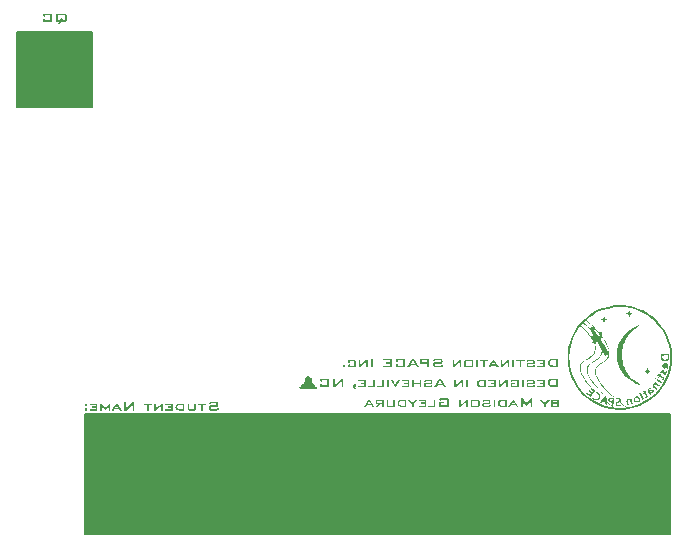
<source format=gbr>
%TF.GenerationSoftware,KiCad,Pcbnew,9.0.6*%
%TF.CreationDate,2026-01-30T18:10:03-05:00*%
%TF.ProjectId,destinationWeatherStation_v4-5,64657374-696e-4617-9469-6f6e57656174,03*%
%TF.SameCoordinates,Original*%
%TF.FileFunction,Legend,Bot*%
%TF.FilePolarity,Positive*%
%FSLAX46Y46*%
G04 Gerber Fmt 4.6, Leading zero omitted, Abs format (unit mm)*
G04 Created by KiCad (PCBNEW 9.0.6) date 2026-01-30 18:10:03*
%MOMM*%
%LPD*%
G01*
G04 APERTURE LIST*
%ADD10C,0.150000*%
%ADD11C,0.000000*%
G04 APERTURE END LIST*
D10*
X120650000Y-111125000D02*
X170180000Y-111125000D01*
X170180000Y-121285000D01*
X120650000Y-121285000D01*
X120650000Y-111125000D01*
G36*
X120650000Y-111125000D02*
G01*
X170180000Y-111125000D01*
X170180000Y-121285000D01*
X120650000Y-121285000D01*
X120650000Y-111125000D01*
G37*
X114935000Y-78740000D02*
X121285000Y-78740000D01*
X121285000Y-85090000D01*
X114935000Y-85090000D01*
X114935000Y-78740000D01*
G36*
X114935000Y-78740000D02*
G01*
X121285000Y-78740000D01*
X121285000Y-85090000D01*
X114935000Y-85090000D01*
X114935000Y-78740000D01*
G37*
G36*
X131327447Y-110230093D02*
G01*
X131800546Y-110230093D01*
X131800546Y-110386408D01*
X131350040Y-110386408D01*
X131279704Y-110391595D01*
X131234455Y-110404568D01*
X131206791Y-110422678D01*
X131187953Y-110449709D01*
X131174751Y-110492489D01*
X131169544Y-110557439D01*
X131169544Y-110656175D01*
X131174755Y-110721468D01*
X131187961Y-110764458D01*
X131206791Y-110791607D01*
X131234466Y-110809785D01*
X131279718Y-110822798D01*
X131350040Y-110828000D01*
X131796394Y-110828000D01*
X131866716Y-110822798D01*
X131911967Y-110809785D01*
X131939642Y-110791607D01*
X131958472Y-110764458D01*
X131971679Y-110721468D01*
X131976889Y-110656175D01*
X131976889Y-110636208D01*
X131828573Y-110605250D01*
X131828573Y-110691224D01*
X131317922Y-110691224D01*
X131317922Y-110527092D01*
X131768367Y-110527092D01*
X131838212Y-110521886D01*
X131883152Y-110508857D01*
X131910638Y-110490639D01*
X131929266Y-110463525D01*
X131942352Y-110420540D01*
X131947519Y-110355206D01*
X131947519Y-110274545D01*
X131942361Y-110210153D01*
X131929287Y-110167767D01*
X131910638Y-110141005D01*
X131883199Y-110123053D01*
X131838266Y-110110187D01*
X131768367Y-110105041D01*
X131358222Y-110105041D01*
X131290638Y-110109916D01*
X131246008Y-110122238D01*
X131217782Y-110139601D01*
X131197862Y-110165541D01*
X131184350Y-110204722D01*
X131179131Y-110262211D01*
X131179131Y-110277293D01*
X131327447Y-110312159D01*
X131327447Y-110230093D01*
G37*
G36*
X130521263Y-110343422D02*
G01*
X130521263Y-110828000D01*
X130665488Y-110828000D01*
X130665488Y-110343422D01*
X130951191Y-110343422D01*
X130951191Y-110237909D01*
X130234827Y-110237909D01*
X130234827Y-110343422D01*
X130521263Y-110343422D01*
G37*
G36*
X129904855Y-110237909D02*
G01*
X129904855Y-110718579D01*
X129492695Y-110718579D01*
X129492695Y-110237909D01*
X129347065Y-110237909D01*
X129347065Y-110689209D01*
X129351554Y-110741626D01*
X129363005Y-110776383D01*
X129379550Y-110798568D01*
X129403401Y-110813216D01*
X129442387Y-110823773D01*
X129502892Y-110828000D01*
X129894597Y-110828000D01*
X129954670Y-110823806D01*
X129993212Y-110813351D01*
X130016657Y-110798874D01*
X130032755Y-110776961D01*
X130043983Y-110742178D01*
X130048409Y-110689209D01*
X130048409Y-110237909D01*
X129904855Y-110237909D01*
G37*
G36*
X129084138Y-110828000D02*
G01*
X128721865Y-110828000D01*
X128621010Y-110822372D01*
X128540692Y-110807022D01*
X128477258Y-110783778D01*
X128427613Y-110753750D01*
X128385877Y-110713093D01*
X128355792Y-110663743D01*
X128336899Y-110603908D01*
X128330160Y-110530939D01*
X128330741Y-110524528D01*
X128478477Y-110524528D01*
X128482929Y-110576987D01*
X128495105Y-110617904D01*
X128513934Y-110649725D01*
X128539354Y-110674188D01*
X128582795Y-110696366D01*
X128650787Y-110712281D01*
X128752639Y-110718579D01*
X128938569Y-110718579D01*
X128938569Y-110343422D01*
X128684251Y-110343422D01*
X128615801Y-110349250D01*
X128565537Y-110364776D01*
X128529096Y-110388179D01*
X128502041Y-110421347D01*
X128484805Y-110465615D01*
X128478477Y-110524528D01*
X128330741Y-110524528D01*
X128336442Y-110461654D01*
X128354183Y-110403759D01*
X128382599Y-110355029D01*
X128422118Y-110313929D01*
X128469522Y-110282496D01*
X128527687Y-110258773D01*
X128598816Y-110243442D01*
X128685595Y-110237909D01*
X129084138Y-110237909D01*
X129084138Y-110828000D01*
G37*
G36*
X128113028Y-110828000D02*
G01*
X128113028Y-110237909D01*
X127477997Y-110237909D01*
X127477997Y-110343422D01*
X127967460Y-110343422D01*
X127967460Y-110472382D01*
X127682367Y-110472382D01*
X127682367Y-110573987D01*
X127967460Y-110573987D01*
X127967460Y-110718579D01*
X127470486Y-110718579D01*
X127470486Y-110828000D01*
X128113028Y-110828000D01*
G37*
G36*
X127262086Y-110828000D02*
G01*
X127262086Y-110237909D01*
X127162985Y-110237909D01*
X126660516Y-110629735D01*
X126660516Y-110237909D01*
X126529968Y-110237909D01*
X126529968Y-110828000D01*
X126629803Y-110828000D01*
X127130867Y-110430067D01*
X127130867Y-110828000D01*
X127262086Y-110828000D01*
G37*
G36*
X125912889Y-110343422D02*
G01*
X125912889Y-110828000D01*
X126057114Y-110828000D01*
X126057114Y-110343422D01*
X126342817Y-110343422D01*
X126342817Y-110237909D01*
X125626453Y-110237909D01*
X125626453Y-110343422D01*
X125912889Y-110343422D01*
G37*
G36*
X124847563Y-110828000D02*
G01*
X124847563Y-110105041D01*
X124732707Y-110105041D01*
X124224133Y-110531183D01*
X124178337Y-110571178D01*
X124142067Y-110609830D01*
X124147563Y-110523673D01*
X124148906Y-110484655D01*
X124148906Y-110105041D01*
X123997842Y-110105041D01*
X123997842Y-110828000D01*
X124112697Y-110828000D01*
X124643131Y-110381340D01*
X124676654Y-110350566D01*
X124703276Y-110322539D01*
X124698147Y-110385859D01*
X124696437Y-110437455D01*
X124696437Y-110828000D01*
X124847563Y-110828000D01*
G37*
G36*
X123772711Y-110828000D02*
G01*
X123628485Y-110828000D01*
X123553991Y-110699039D01*
X123162287Y-110699039D01*
X123087732Y-110828000D01*
X122925738Y-110828000D01*
X123069892Y-110589618D01*
X123221027Y-110589618D01*
X123492442Y-110589618D01*
X123359147Y-110344521D01*
X123221027Y-110589618D01*
X123069892Y-110589618D01*
X123282576Y-110237909D01*
X123421367Y-110237909D01*
X123772711Y-110828000D01*
G37*
G36*
X122778765Y-110828000D02*
G01*
X122778765Y-110237909D01*
X122663238Y-110237909D01*
X122373382Y-110588153D01*
X122084932Y-110237909D01*
X121968733Y-110237909D01*
X121968733Y-110828000D01*
X122102700Y-110828000D01*
X122102700Y-110421885D01*
X122367276Y-110757108D01*
X122395303Y-110757108D01*
X122663238Y-110431410D01*
X122663238Y-110828000D01*
X122778765Y-110828000D01*
G37*
G36*
X121705073Y-110828000D02*
G01*
X121705073Y-110237909D01*
X121070042Y-110237909D01*
X121070042Y-110343422D01*
X121559504Y-110343422D01*
X121559504Y-110472382D01*
X121274412Y-110472382D01*
X121274412Y-110573987D01*
X121559504Y-110573987D01*
X121559504Y-110718579D01*
X121062531Y-110718579D01*
X121062531Y-110828000D01*
X121705073Y-110828000D01*
G37*
G36*
X120704410Y-110234001D02*
G01*
X120679131Y-110234001D01*
X120662799Y-110236888D01*
X120653180Y-110244503D01*
X120647992Y-110257644D01*
X120645670Y-110284864D01*
X120645670Y-110397399D01*
X120648289Y-110426776D01*
X120653913Y-110439470D01*
X120666735Y-110445731D01*
X120704471Y-110448935D01*
X120829523Y-110448935D01*
X120845876Y-110445976D01*
X120855535Y-110438127D01*
X120860737Y-110424673D01*
X120863046Y-110397399D01*
X120863046Y-110284864D01*
X120860454Y-110256085D01*
X120854864Y-110243526D01*
X120841982Y-110237221D01*
X120804244Y-110234001D01*
X120704410Y-110234001D01*
G37*
G36*
X120704410Y-110613066D02*
G01*
X120679131Y-110613066D01*
X120662799Y-110615953D01*
X120653180Y-110623568D01*
X120647992Y-110636709D01*
X120645670Y-110663929D01*
X120645670Y-110776464D01*
X120648289Y-110805841D01*
X120653913Y-110818535D01*
X120666735Y-110824796D01*
X120704471Y-110828000D01*
X120829523Y-110828000D01*
X120845876Y-110825040D01*
X120855535Y-110817192D01*
X120860737Y-110803738D01*
X120863046Y-110776464D01*
X120863046Y-110663929D01*
X120860454Y-110635150D01*
X120854864Y-110622591D01*
X120841982Y-110616286D01*
X120804244Y-110613066D01*
X120704410Y-110613066D01*
G37*
G36*
X119006029Y-77217209D02*
G01*
X119050965Y-77230137D01*
X119078422Y-77248189D01*
X119097061Y-77275069D01*
X119110140Y-77317684D01*
X119115303Y-77382461D01*
X119115303Y-77763114D01*
X119110114Y-77828963D01*
X119097011Y-77872002D01*
X119078422Y-77898913D01*
X119050971Y-77916931D01*
X119006036Y-77929839D01*
X118936151Y-77935000D01*
X118639518Y-77935000D01*
X118558124Y-78122578D01*
X118391367Y-78122578D01*
X118482287Y-77935000D01*
X118404312Y-77935000D01*
X118334469Y-77929838D01*
X118289576Y-77916930D01*
X118262163Y-77898913D01*
X118243540Y-77871996D01*
X118230417Y-77828956D01*
X118227992Y-77798224D01*
X118392711Y-77798224D01*
X118547194Y-77798224D01*
X118644952Y-77591106D01*
X118766646Y-77640626D01*
X118699663Y-77798224D01*
X118947142Y-77798224D01*
X118947142Y-77341001D01*
X118392711Y-77341001D01*
X118392711Y-77798224D01*
X118227992Y-77798224D01*
X118225221Y-77763114D01*
X118225221Y-77382461D01*
X118230391Y-77317691D01*
X118243491Y-77275075D01*
X118262163Y-77248189D01*
X118289582Y-77230138D01*
X118334476Y-77217210D01*
X118404312Y-77212041D01*
X118936151Y-77212041D01*
X119006029Y-77217209D01*
G37*
G36*
X117264858Y-77341001D02*
G01*
X117718112Y-77341001D01*
X117718112Y-77798224D01*
X117264858Y-77798224D01*
X117264858Y-77641908D01*
X117096697Y-77677018D01*
X117096697Y-77763114D01*
X117101930Y-77828923D01*
X117115153Y-77871967D01*
X117133944Y-77898913D01*
X117161562Y-77916966D01*
X117206421Y-77929858D01*
X117275788Y-77935000D01*
X117707121Y-77935000D01*
X117777006Y-77929839D01*
X117821941Y-77916931D01*
X117849392Y-77898913D01*
X117867981Y-77872002D01*
X117881084Y-77828963D01*
X117886273Y-77763114D01*
X117886273Y-77382705D01*
X117881110Y-77317843D01*
X117868029Y-77275169D01*
X117849392Y-77248250D01*
X117821929Y-77230165D01*
X117776993Y-77217217D01*
X117707121Y-77212041D01*
X117275788Y-77212041D01*
X117206435Y-77217197D01*
X117161574Y-77230130D01*
X117133944Y-77248250D01*
X117115105Y-77275204D01*
X117101904Y-77317883D01*
X117096697Y-77382705D01*
X117096697Y-77451093D01*
X117264858Y-77477777D01*
X117264858Y-77341001D01*
G37*
G36*
X160736353Y-107159999D02*
G01*
X160314546Y-107159999D01*
X160301022Y-107159947D01*
X160287809Y-107159792D01*
X160274904Y-107159535D01*
X160262308Y-107159174D01*
X160250022Y-107158711D01*
X160238044Y-107158144D01*
X160226376Y-107157474D01*
X160215017Y-107156701D01*
X160203966Y-107155825D01*
X160193226Y-107154847D01*
X160182794Y-107153765D01*
X160172671Y-107152580D01*
X160162857Y-107151292D01*
X160148717Y-107149166D01*
X160135271Y-107146809D01*
X160126599Y-107145069D01*
X160113926Y-107142230D01*
X160101657Y-107139116D01*
X160089792Y-107135727D01*
X160078330Y-107132063D01*
X160067272Y-107128125D01*
X160056617Y-107123912D01*
X160046366Y-107119424D01*
X160036519Y-107114661D01*
X160027075Y-107109623D01*
X160018035Y-107104311D01*
X160008674Y-107098377D01*
X159999583Y-107092175D01*
X159990761Y-107085707D01*
X159982207Y-107078971D01*
X159973923Y-107071968D01*
X159965908Y-107064698D01*
X159958162Y-107057161D01*
X159950685Y-107049356D01*
X159943477Y-107041285D01*
X159936538Y-107032946D01*
X159929868Y-107024341D01*
X159923467Y-107015468D01*
X159917335Y-107006328D01*
X159911472Y-106996921D01*
X159905879Y-106987246D01*
X159900554Y-106977305D01*
X159895496Y-106967152D01*
X159890765Y-106956842D01*
X159886360Y-106946376D01*
X159882281Y-106935753D01*
X159878529Y-106924974D01*
X159875103Y-106914038D01*
X159872003Y-106902946D01*
X159869230Y-106891698D01*
X159866783Y-106880293D01*
X159864662Y-106868731D01*
X159862867Y-106857013D01*
X159861399Y-106845139D01*
X159860257Y-106833108D01*
X159859441Y-106820921D01*
X159858952Y-106808577D01*
X159858788Y-106796077D01*
X159858859Y-106788994D01*
X160032445Y-106788994D01*
X160032728Y-106804139D01*
X160033578Y-106818738D01*
X160034995Y-106832791D01*
X160036979Y-106846299D01*
X160039529Y-106859261D01*
X160042646Y-106871677D01*
X160046330Y-106883548D01*
X160050580Y-106894873D01*
X160055397Y-106905652D01*
X160060781Y-106915885D01*
X160066732Y-106925573D01*
X160073249Y-106934715D01*
X160080333Y-106943311D01*
X160087984Y-106951362D01*
X160096201Y-106958866D01*
X160104985Y-106965825D01*
X160114418Y-106972303D01*
X160124643Y-106978362D01*
X160135660Y-106984003D01*
X160147468Y-106989227D01*
X160160069Y-106994033D01*
X160173461Y-106998420D01*
X160187645Y-107002390D01*
X160202621Y-107005942D01*
X160218389Y-107009076D01*
X160234949Y-107011793D01*
X160252301Y-107014091D01*
X160270444Y-107015972D01*
X160289380Y-107017434D01*
X160299145Y-107018009D01*
X160309107Y-107018479D01*
X160319268Y-107018845D01*
X160329627Y-107019106D01*
X160340183Y-107019262D01*
X160350938Y-107019315D01*
X160568314Y-107019315D01*
X160568314Y-106566000D01*
X160270338Y-106566000D01*
X160255877Y-106566221D01*
X160241864Y-106566885D01*
X160228300Y-106567992D01*
X160215184Y-106569541D01*
X160202517Y-106571534D01*
X160190298Y-106573968D01*
X160178528Y-106576846D01*
X160167206Y-106580166D01*
X160156332Y-106583929D01*
X160145907Y-106588134D01*
X160135931Y-106592783D01*
X160126402Y-106597874D01*
X160117322Y-106603407D01*
X160108691Y-106609384D01*
X160100508Y-106615803D01*
X160092773Y-106622664D01*
X160085468Y-106629926D01*
X160078634Y-106637605D01*
X160072271Y-106645702D01*
X160066380Y-106654217D01*
X160060959Y-106663150D01*
X160056011Y-106672501D01*
X160051533Y-106682270D01*
X160047527Y-106692457D01*
X160043992Y-106703061D01*
X160040929Y-106714084D01*
X160038336Y-106725524D01*
X160036216Y-106737382D01*
X160034566Y-106749658D01*
X160033388Y-106762352D01*
X160032681Y-106775464D01*
X160032445Y-106788994D01*
X159858859Y-106788994D01*
X159858893Y-106785528D01*
X159859206Y-106775130D01*
X159859729Y-106764883D01*
X159860460Y-106754788D01*
X159861400Y-106744844D01*
X159862549Y-106735051D01*
X159865475Y-106715919D01*
X159869235Y-106697392D01*
X159873832Y-106679470D01*
X159879265Y-106662152D01*
X159885533Y-106645440D01*
X159892637Y-106629332D01*
X159900577Y-106613830D01*
X159909352Y-106598932D01*
X159918964Y-106584639D01*
X159929411Y-106570951D01*
X159940694Y-106557867D01*
X159952812Y-106545389D01*
X159965767Y-106533516D01*
X159979498Y-106522306D01*
X159993946Y-106511820D01*
X160009112Y-106502057D01*
X160024996Y-106493017D01*
X160041596Y-106484700D01*
X160058915Y-106477107D01*
X160076951Y-106470237D01*
X160086238Y-106467073D01*
X160095704Y-106464090D01*
X160105350Y-106461287D01*
X160115175Y-106458666D01*
X160125179Y-106456225D01*
X160135363Y-106453965D01*
X160145726Y-106451886D01*
X160156269Y-106449987D01*
X160166990Y-106448270D01*
X160177892Y-106446733D01*
X160188972Y-106445377D01*
X160200232Y-106444202D01*
X160211672Y-106443208D01*
X160223290Y-106442394D01*
X160235088Y-106441761D01*
X160247066Y-106441309D01*
X160259223Y-106441038D01*
X160271559Y-106440948D01*
X160736353Y-106440948D01*
X160736353Y-107159999D01*
G37*
G36*
X159603066Y-107159999D02*
G01*
X159603066Y-106566000D01*
X158968035Y-106566000D01*
X158968035Y-106675421D01*
X159457497Y-106675421D01*
X159457497Y-106784841D01*
X159172466Y-106784841D01*
X159172466Y-106894262D01*
X159457497Y-106894262D01*
X159457497Y-107050578D01*
X158960463Y-107050578D01*
X158960463Y-107159999D01*
X159603066Y-107159999D01*
G37*
G36*
X158205264Y-106675421D02*
G01*
X158612661Y-106675421D01*
X158612661Y-106800473D01*
X158227002Y-106800473D01*
X158215877Y-106800582D01*
X158205218Y-106800908D01*
X158195025Y-106801452D01*
X158180608Y-106802676D01*
X158167239Y-106804389D01*
X158154917Y-106806591D01*
X158143643Y-106809283D01*
X158133416Y-106812464D01*
X158124237Y-106816135D01*
X158113627Y-106821791D01*
X158104880Y-106828317D01*
X158097496Y-106835995D01*
X158091096Y-106845231D01*
X158085681Y-106856023D01*
X158081250Y-106868373D01*
X158078573Y-106878657D01*
X158076450Y-106889816D01*
X158074881Y-106901852D01*
X158073865Y-106914763D01*
X158073404Y-106928551D01*
X158073373Y-106933341D01*
X158073373Y-107017605D01*
X158073499Y-107027719D01*
X158074160Y-107042121D01*
X158075388Y-107055600D01*
X158077183Y-107068156D01*
X158079544Y-107079789D01*
X158082472Y-107090498D01*
X158085967Y-107100285D01*
X158091508Y-107111898D01*
X158098057Y-107121870D01*
X158105613Y-107130201D01*
X158114509Y-107137185D01*
X158125198Y-107143237D01*
X158134393Y-107147166D01*
X158144596Y-107150570D01*
X158155808Y-107153451D01*
X158168029Y-107155808D01*
X158181259Y-107157641D01*
X158195497Y-107158951D01*
X158205551Y-107159533D01*
X158216052Y-107159882D01*
X158227002Y-107159999D01*
X158611196Y-107159999D01*
X158622414Y-107159882D01*
X158633170Y-107159533D01*
X158643465Y-107158951D01*
X158653297Y-107158136D01*
X158667180Y-107156477D01*
X158680025Y-107154295D01*
X158691830Y-107151589D01*
X158702596Y-107148359D01*
X158712323Y-107144605D01*
X158723677Y-107138785D01*
X158733183Y-107132034D01*
X158735271Y-107130201D01*
X158742885Y-107121870D01*
X158749483Y-107111898D01*
X158755066Y-107100285D01*
X158758588Y-107090498D01*
X158761538Y-107079789D01*
X158763917Y-107068156D01*
X158765725Y-107055600D01*
X158766962Y-107042121D01*
X158767629Y-107027719D01*
X158767756Y-107017605D01*
X158767756Y-106999287D01*
X158639284Y-106972420D01*
X158639284Y-107050578D01*
X158203799Y-107050578D01*
X158203799Y-106909894D01*
X158587260Y-106909894D01*
X158598418Y-106909782D01*
X158609116Y-106909447D01*
X158619354Y-106908889D01*
X158629132Y-106908108D01*
X158642938Y-106906517D01*
X158655708Y-106904424D01*
X158667444Y-106901829D01*
X158678145Y-106898731D01*
X158687812Y-106895131D01*
X158699091Y-106889550D01*
X158708530Y-106883076D01*
X158710603Y-106881317D01*
X158718102Y-106873349D01*
X158724601Y-106863854D01*
X158730100Y-106852833D01*
X158733568Y-106843565D01*
X158736474Y-106833438D01*
X158738818Y-106822453D01*
X158740599Y-106810609D01*
X158741817Y-106797907D01*
X158742474Y-106784345D01*
X158742599Y-106774828D01*
X158742599Y-106708393D01*
X158742474Y-106698397D01*
X158741817Y-106684153D01*
X158740599Y-106670811D01*
X158738818Y-106658370D01*
X158736474Y-106646831D01*
X158733568Y-106636193D01*
X158730100Y-106626458D01*
X158724601Y-106614879D01*
X158718102Y-106604903D01*
X158710603Y-106596530D01*
X158701623Y-106589375D01*
X158690804Y-106583173D01*
X158681482Y-106579148D01*
X158671126Y-106575660D01*
X158659735Y-106572708D01*
X158647309Y-106570293D01*
X158633849Y-106568415D01*
X158619354Y-106567073D01*
X158609116Y-106566477D01*
X158598418Y-106566119D01*
X158587260Y-106566000D01*
X158236039Y-106566000D01*
X158225056Y-106566113D01*
X158214515Y-106566454D01*
X158204417Y-106567022D01*
X158190100Y-106568299D01*
X158176779Y-106570087D01*
X158164455Y-106572386D01*
X158153126Y-106575196D01*
X158142793Y-106578517D01*
X158133457Y-106582349D01*
X158122558Y-106588253D01*
X158113429Y-106595065D01*
X158105644Y-106603026D01*
X158098897Y-106612376D01*
X158093187Y-106623115D01*
X158088516Y-106635243D01*
X158085694Y-106645250D01*
X158083456Y-106656040D01*
X158081801Y-106667610D01*
X158080731Y-106679962D01*
X158080244Y-106693095D01*
X158080212Y-106697647D01*
X158080212Y-106711813D01*
X158205264Y-106737947D01*
X158205264Y-106675421D01*
G37*
G36*
X157471315Y-106675421D02*
G01*
X157471315Y-107159999D01*
X157615418Y-107159999D01*
X157615418Y-106675421D01*
X157901182Y-106675421D01*
X157901182Y-106566000D01*
X157184818Y-106566000D01*
X157184818Y-106675421D01*
X157471315Y-106675421D01*
G37*
G36*
X156998460Y-107159999D02*
G01*
X156998460Y-106566000D01*
X156854846Y-106566000D01*
X156854846Y-107159999D01*
X156998460Y-107159999D01*
G37*
G36*
X156591063Y-107159999D02*
G01*
X156591063Y-106566000D01*
X156491901Y-106566000D01*
X155989493Y-106960452D01*
X155989493Y-106566000D01*
X155858823Y-106566000D01*
X155858823Y-107159999D01*
X155958719Y-107159999D01*
X156459661Y-106759440D01*
X156459661Y-107159999D01*
X156591063Y-107159999D01*
G37*
G36*
X155684678Y-107159999D02*
G01*
X155540575Y-107159999D01*
X155466081Y-107034946D01*
X155074315Y-107034946D01*
X154999821Y-107159999D01*
X154837888Y-107159999D01*
X154978746Y-106925525D01*
X155133178Y-106925525D01*
X155404532Y-106925525D01*
X155271175Y-106674932D01*
X155133178Y-106925525D01*
X154978746Y-106925525D01*
X155194727Y-106566000D01*
X155333457Y-106566000D01*
X155684678Y-107159999D01*
G37*
G36*
X154376269Y-106675421D02*
G01*
X154376269Y-107159999D01*
X154520372Y-107159999D01*
X154520372Y-106675421D01*
X154806137Y-106675421D01*
X154806137Y-106566000D01*
X154089772Y-106566000D01*
X154089772Y-106675421D01*
X154376269Y-106675421D01*
G37*
G36*
X153941517Y-107159999D02*
G01*
X153941517Y-106566000D01*
X153797902Y-106566000D01*
X153797902Y-107159999D01*
X153941517Y-107159999D01*
G37*
G36*
X153405783Y-106566116D02*
G01*
X153416444Y-106566465D01*
X153426642Y-106567047D01*
X153441070Y-106568357D01*
X153454455Y-106570190D01*
X153466796Y-106572547D01*
X153478094Y-106575428D01*
X153488348Y-106578833D01*
X153497560Y-106582761D01*
X153508219Y-106588814D01*
X153517023Y-106595798D01*
X153524407Y-106603995D01*
X153530807Y-106613810D01*
X153536223Y-106625244D01*
X153539638Y-106634881D01*
X153542499Y-106645428D01*
X153544807Y-106656886D01*
X153546561Y-106669254D01*
X153547761Y-106682531D01*
X153548407Y-106696719D01*
X153548530Y-106706684D01*
X153548530Y-107023467D01*
X153548407Y-107033162D01*
X153547761Y-107046968D01*
X153546561Y-107059889D01*
X153544807Y-107071927D01*
X153542499Y-107083079D01*
X153539638Y-107093347D01*
X153536223Y-107102731D01*
X153530807Y-107113867D01*
X153524407Y-107123431D01*
X153517023Y-107131422D01*
X153508219Y-107138120D01*
X153497560Y-107143924D01*
X153488348Y-107147692D01*
X153478094Y-107150957D01*
X153466796Y-107153720D01*
X153454455Y-107155980D01*
X153441070Y-107157738D01*
X153426642Y-107158994D01*
X153416444Y-107159552D01*
X153405783Y-107159887D01*
X153394657Y-107159999D01*
X152936702Y-107159999D01*
X152925635Y-107159887D01*
X152915025Y-107159552D01*
X152904874Y-107158994D01*
X152890506Y-107157738D01*
X152877168Y-107155980D01*
X152864860Y-107153720D01*
X152853583Y-107150957D01*
X152843336Y-107147692D01*
X152834120Y-107143924D01*
X152823434Y-107138120D01*
X152814580Y-107131422D01*
X152808906Y-107125576D01*
X152802208Y-107116405D01*
X152796503Y-107105663D01*
X152792875Y-107096574D01*
X152789805Y-107086600D01*
X152787294Y-107075742D01*
X152785340Y-107064000D01*
X152783945Y-107051373D01*
X152783896Y-107050578D01*
X152926932Y-107050578D01*
X153404183Y-107050578D01*
X153404183Y-106675421D01*
X152926932Y-106675421D01*
X152926932Y-107050578D01*
X152783896Y-107050578D01*
X152783108Y-107037862D01*
X152782829Y-107023467D01*
X152782829Y-106706684D01*
X152782951Y-106696719D01*
X152783592Y-106682531D01*
X152784783Y-106669254D01*
X152786523Y-106656886D01*
X152788813Y-106645428D01*
X152791652Y-106634881D01*
X152795041Y-106625244D01*
X152800414Y-106613810D01*
X152806765Y-106603995D01*
X152814092Y-106595798D01*
X152816090Y-106593964D01*
X152825264Y-106587213D01*
X152836331Y-106581393D01*
X152845874Y-106577640D01*
X152856481Y-106574410D01*
X152868154Y-106571703D01*
X152880890Y-106569521D01*
X152894692Y-106567862D01*
X152904485Y-106567047D01*
X152914751Y-106566465D01*
X152925490Y-106566116D01*
X152936702Y-106566000D01*
X153394657Y-106566000D01*
X153405783Y-106566116D01*
G37*
G36*
X152533701Y-107159999D02*
G01*
X152533701Y-106566000D01*
X152434539Y-106566000D01*
X151932131Y-106960452D01*
X151932131Y-106566000D01*
X151801461Y-106566000D01*
X151801461Y-107159999D01*
X151901356Y-107159999D01*
X152402298Y-106759440D01*
X152402298Y-107159999D01*
X152533701Y-107159999D01*
G37*
G36*
X150317197Y-106566000D02*
G01*
X150790051Y-106566000D01*
X150790051Y-106722315D01*
X150339668Y-106722315D01*
X150326687Y-106722457D01*
X150314243Y-106722884D01*
X150302339Y-106723595D01*
X150290972Y-106724590D01*
X150280143Y-106725869D01*
X150269852Y-106727433D01*
X150260100Y-106729281D01*
X150246480Y-106732586D01*
X150234071Y-106736531D01*
X150222872Y-106741116D01*
X150212885Y-106746340D01*
X150204108Y-106752204D01*
X150196541Y-106758708D01*
X150189863Y-106766033D01*
X150183842Y-106774453D01*
X150178477Y-106783967D01*
X150173769Y-106794577D01*
X150169719Y-106806281D01*
X150166325Y-106819080D01*
X150163588Y-106832974D01*
X150162128Y-106842845D01*
X150160960Y-106853203D01*
X150160085Y-106864047D01*
X150159501Y-106875377D01*
X150159209Y-106887194D01*
X150159172Y-106893285D01*
X150159172Y-106987319D01*
X150159318Y-106999499D01*
X150159756Y-107011190D01*
X150160486Y-107022390D01*
X150161508Y-107033099D01*
X150162821Y-107043318D01*
X150164427Y-107053047D01*
X150167383Y-107066720D01*
X150170996Y-107079291D01*
X150175266Y-107090757D01*
X150180192Y-107101121D01*
X150185776Y-107110381D01*
X150192016Y-107118537D01*
X150196541Y-107123362D01*
X150204108Y-107129909D01*
X150212885Y-107135813D01*
X150222872Y-107141072D01*
X150234071Y-107145687D01*
X150246480Y-107149659D01*
X150260100Y-107152986D01*
X150269852Y-107154847D01*
X150280143Y-107156421D01*
X150290972Y-107157709D01*
X150302339Y-107158711D01*
X150314243Y-107159426D01*
X150326687Y-107159855D01*
X150339668Y-107159999D01*
X150786144Y-107159999D01*
X150799096Y-107159855D01*
X150811514Y-107159426D01*
X150823398Y-107158711D01*
X150834748Y-107157709D01*
X150845563Y-107156421D01*
X150855844Y-107154847D01*
X150865591Y-107152986D01*
X150879210Y-107149659D01*
X150891626Y-107145687D01*
X150902840Y-107141072D01*
X150912852Y-107135813D01*
X150921662Y-107129909D01*
X150929270Y-107123362D01*
X150935904Y-107115941D01*
X150941887Y-107107417D01*
X150947216Y-107097789D01*
X150951893Y-107087058D01*
X150955917Y-107075223D01*
X150959289Y-107062285D01*
X150962008Y-107048244D01*
X150963458Y-107038270D01*
X150964618Y-107027806D01*
X150965488Y-107016851D01*
X150966068Y-107005406D01*
X150966359Y-106993470D01*
X150966395Y-106987319D01*
X150966395Y-106969245D01*
X150818139Y-106941157D01*
X150818139Y-107019315D01*
X150307428Y-107019315D01*
X150307428Y-106862999D01*
X150758056Y-106862999D01*
X150770947Y-106862856D01*
X150783304Y-106862427D01*
X150795127Y-106861711D01*
X150806416Y-106860709D01*
X150817170Y-106859421D01*
X150827390Y-106857847D01*
X150837076Y-106855987D01*
X150850603Y-106852659D01*
X150862927Y-106848688D01*
X150874050Y-106844073D01*
X150883970Y-106838813D01*
X150892689Y-106832910D01*
X150900205Y-106826363D01*
X150906796Y-106818892D01*
X150912739Y-106810309D01*
X150918033Y-106800614D01*
X150922679Y-106789806D01*
X150926677Y-106777887D01*
X150930026Y-106764857D01*
X150932728Y-106750714D01*
X150934168Y-106740667D01*
X150935321Y-106730127D01*
X150936185Y-106719092D01*
X150936761Y-106707563D01*
X150937050Y-106695539D01*
X150937086Y-106689343D01*
X150937086Y-106608254D01*
X150936942Y-106596433D01*
X150936509Y-106585089D01*
X150935789Y-106574222D01*
X150934781Y-106563832D01*
X150933484Y-106553919D01*
X150930999Y-106539945D01*
X150927865Y-106527043D01*
X150924084Y-106515215D01*
X150919654Y-106504460D01*
X150914575Y-106494779D01*
X150908849Y-106486171D01*
X150902474Y-106478636D01*
X150900205Y-106476363D01*
X150892689Y-106470034D01*
X150883970Y-106464327D01*
X150874050Y-106459243D01*
X150862927Y-106454782D01*
X150850603Y-106450943D01*
X150837076Y-106447726D01*
X150827390Y-106445928D01*
X150817170Y-106444406D01*
X150806416Y-106443161D01*
X150795127Y-106442193D01*
X150783304Y-106441501D01*
X150770947Y-106441086D01*
X150758056Y-106440948D01*
X150347972Y-106440948D01*
X150335488Y-106441081D01*
X150323498Y-106441482D01*
X150312002Y-106442150D01*
X150301001Y-106443085D01*
X150290494Y-106444287D01*
X150280481Y-106445756D01*
X150266388Y-106448461D01*
X150253407Y-106451767D01*
X150241538Y-106455674D01*
X150230781Y-106460182D01*
X150221136Y-106465291D01*
X150212603Y-106471001D01*
X150207532Y-106475142D01*
X150200592Y-106482019D01*
X150194335Y-106489828D01*
X150188760Y-106498568D01*
X150183867Y-106508240D01*
X150179658Y-106518844D01*
X150176131Y-106530380D01*
X150173286Y-106542847D01*
X150171125Y-106556245D01*
X150169646Y-106570576D01*
X150169039Y-106580647D01*
X150168736Y-106591132D01*
X150168698Y-106596530D01*
X150168698Y-106610941D01*
X150317197Y-106644158D01*
X150317197Y-106566000D01*
G37*
G36*
X149810882Y-107159999D02*
G01*
X149645529Y-107159999D01*
X149645529Y-106878631D01*
X149192947Y-106878631D01*
X149182356Y-106878501D01*
X149172137Y-106878112D01*
X149157506Y-106877041D01*
X149143712Y-106875387D01*
X149130756Y-106873149D01*
X149118637Y-106870326D01*
X149107354Y-106866920D01*
X149096909Y-106862931D01*
X149087302Y-106858357D01*
X149078531Y-106853199D01*
X149068139Y-106845414D01*
X149059095Y-106836484D01*
X149051256Y-106826302D01*
X149046168Y-106817844D01*
X149041759Y-106808682D01*
X149038028Y-106798816D01*
X149034976Y-106788246D01*
X149032602Y-106776971D01*
X149030906Y-106764993D01*
X149029888Y-106752310D01*
X149029549Y-106738924D01*
X149029549Y-106621687D01*
X149191726Y-106621687D01*
X149191726Y-106697403D01*
X149191868Y-106703143D01*
X149193001Y-106713618D01*
X149195756Y-106724147D01*
X149200794Y-106733947D01*
X149207846Y-106741366D01*
X149213487Y-106744884D01*
X149223669Y-106748808D01*
X149234516Y-106751241D01*
X149245052Y-106752612D01*
X149256947Y-106753388D01*
X149267442Y-106753578D01*
X149645529Y-106753578D01*
X149645529Y-106566000D01*
X149267442Y-106566000D01*
X149259489Y-106566109D01*
X149249647Y-106566596D01*
X149238567Y-106567752D01*
X149227067Y-106569941D01*
X149217524Y-106573007D01*
X149207846Y-106578456D01*
X149204068Y-106581857D01*
X149198023Y-106590375D01*
X149194387Y-106599706D01*
X149192293Y-106610791D01*
X149191726Y-106621687D01*
X149029549Y-106621687D01*
X149029549Y-106580654D01*
X149029888Y-106567226D01*
X149030906Y-106554511D01*
X149032602Y-106542508D01*
X149034976Y-106531218D01*
X149038028Y-106520641D01*
X149041759Y-106510776D01*
X149046168Y-106501624D01*
X149051256Y-106493185D01*
X149059095Y-106483041D01*
X149068139Y-106474165D01*
X149073149Y-106470142D01*
X149081362Y-106464595D01*
X149090411Y-106459632D01*
X149100298Y-106455253D01*
X149111022Y-106451458D01*
X149122583Y-106448246D01*
X149134982Y-106445619D01*
X149148217Y-106443575D01*
X149162290Y-106442115D01*
X149172137Y-106441467D01*
X149182356Y-106441077D01*
X149192947Y-106440948D01*
X149810882Y-106440948D01*
X149810882Y-107159999D01*
G37*
G36*
X148947728Y-107159999D02*
G01*
X148780177Y-107159999D01*
X148696158Y-107003683D01*
X148237958Y-107003683D01*
X148151252Y-107159999D01*
X147962696Y-107159999D01*
X148124788Y-106878631D01*
X148307811Y-106878631D01*
X148624350Y-106878631D01*
X148463638Y-106582364D01*
X148307811Y-106878631D01*
X148124788Y-106878631D01*
X148376932Y-106440948D01*
X148538865Y-106440948D01*
X148947728Y-107159999D01*
G37*
G36*
X147174525Y-106566000D02*
G01*
X147627595Y-106566000D01*
X147627595Y-107019315D01*
X147174525Y-107019315D01*
X147174525Y-106862999D01*
X147006241Y-106898170D01*
X147006241Y-106984144D01*
X147006387Y-106996651D01*
X147006825Y-107008648D01*
X147007555Y-107020136D01*
X147008577Y-107031115D01*
X147009891Y-107041584D01*
X147011496Y-107051543D01*
X147014452Y-107065527D01*
X147018065Y-107078365D01*
X147022335Y-107090057D01*
X147027261Y-107100602D01*
X147032845Y-107110001D01*
X147039085Y-107118253D01*
X147043610Y-107123118D01*
X147051166Y-107129709D01*
X147059911Y-107135651D01*
X147069845Y-107140946D01*
X147080968Y-107145592D01*
X147093281Y-107149590D01*
X147106782Y-107152939D01*
X147116444Y-107154812D01*
X147126635Y-107156397D01*
X147137354Y-107157693D01*
X147148601Y-107158702D01*
X147160378Y-107159422D01*
X147172682Y-107159854D01*
X147185516Y-107159999D01*
X147616848Y-107159999D01*
X147629740Y-107159854D01*
X147642097Y-107159422D01*
X147653920Y-107158702D01*
X147665208Y-107157693D01*
X147675963Y-107156397D01*
X147686183Y-107154812D01*
X147695869Y-107152939D01*
X147709395Y-107149590D01*
X147721720Y-107145592D01*
X147732843Y-107140946D01*
X147742763Y-107135651D01*
X147751482Y-107129709D01*
X147758998Y-107123118D01*
X147765589Y-107115630D01*
X147771531Y-107106995D01*
X147776826Y-107097214D01*
X147781472Y-107086287D01*
X147785470Y-107074213D01*
X147788819Y-107060993D01*
X147791520Y-107046627D01*
X147792961Y-107036413D01*
X147794114Y-107025689D01*
X147794978Y-107014456D01*
X147795554Y-107002713D01*
X147795842Y-106990461D01*
X147795878Y-106984144D01*
X147795878Y-106608987D01*
X147795734Y-106597135D01*
X147795302Y-106585761D01*
X147794582Y-106574863D01*
X147793573Y-106564443D01*
X147792277Y-106554499D01*
X147789792Y-106540479D01*
X147786658Y-106527532D01*
X147782877Y-106515658D01*
X147778446Y-106504857D01*
X147773368Y-106495130D01*
X147767642Y-106486476D01*
X147761267Y-106478895D01*
X147758998Y-106476607D01*
X147751482Y-106470234D01*
X147742763Y-106464488D01*
X147732843Y-106459369D01*
X147721720Y-106454877D01*
X147709395Y-106451012D01*
X147695869Y-106447773D01*
X147686183Y-106445962D01*
X147675963Y-106444430D01*
X147665208Y-106443176D01*
X147653920Y-106442201D01*
X147642097Y-106441505D01*
X147629740Y-106441087D01*
X147616848Y-106440948D01*
X147185516Y-106440948D01*
X147172682Y-106441087D01*
X147160378Y-106441505D01*
X147148601Y-106442201D01*
X147137354Y-106443176D01*
X147126635Y-106444430D01*
X147116444Y-106445962D01*
X147106782Y-106447773D01*
X147093281Y-106451012D01*
X147080968Y-106454877D01*
X147069845Y-106459369D01*
X147059911Y-106464488D01*
X147051166Y-106470234D01*
X147043610Y-106476607D01*
X147036932Y-106483830D01*
X147030911Y-106492126D01*
X147025546Y-106501495D01*
X147020839Y-106511938D01*
X147016788Y-106523454D01*
X147013394Y-106536044D01*
X147010657Y-106549707D01*
X147009197Y-106559412D01*
X147008029Y-106569593D01*
X147007154Y-106580252D01*
X147006570Y-106591388D01*
X147006278Y-106603001D01*
X147006241Y-106608987D01*
X147006241Y-106679329D01*
X147174525Y-106706684D01*
X147174525Y-106566000D01*
G37*
G36*
X146671873Y-107159999D02*
G01*
X146671873Y-106440948D01*
X145932305Y-106440948D01*
X145932305Y-106566000D01*
X146503834Y-106566000D01*
X146503834Y-106722315D01*
X146170198Y-106722315D01*
X146170198Y-106847368D01*
X146503834Y-106847368D01*
X146503834Y-107019315D01*
X145925467Y-107019315D01*
X145925467Y-107159999D01*
X146671873Y-107159999D01*
G37*
G36*
X145074525Y-107159999D02*
G01*
X145074525Y-106440948D01*
X144906485Y-106440948D01*
X144906485Y-107159999D01*
X145074525Y-107159999D01*
G37*
G36*
X144589947Y-107159999D02*
G01*
X144589947Y-106566000D01*
X144490784Y-106566000D01*
X143988377Y-106960452D01*
X143988377Y-106566000D01*
X143857707Y-106566000D01*
X143857707Y-107159999D01*
X143957602Y-107159999D01*
X144458544Y-106759440D01*
X144458544Y-107159999D01*
X144589947Y-107159999D01*
G37*
G36*
X143074664Y-106675421D02*
G01*
X143463499Y-106675421D01*
X143463499Y-107050578D01*
X143074664Y-107050578D01*
X143074664Y-106925525D01*
X142928851Y-106954835D01*
X142928851Y-107023955D01*
X142929135Y-107038220D01*
X142929985Y-107051613D01*
X142931401Y-107064134D01*
X142933385Y-107075784D01*
X142935935Y-107086563D01*
X142939052Y-107096470D01*
X142944090Y-107108323D01*
X142950135Y-107118627D01*
X142957187Y-107127382D01*
X142961091Y-107131178D01*
X142970014Y-107137933D01*
X142980783Y-107143787D01*
X142990073Y-107147586D01*
X143000401Y-107150879D01*
X143011768Y-107153666D01*
X143024175Y-107155946D01*
X143037620Y-107157719D01*
X143052104Y-107158985D01*
X143062338Y-107159548D01*
X143073033Y-107159886D01*
X143084190Y-107159999D01*
X143453973Y-107159999D01*
X143464954Y-107159887D01*
X143475486Y-107159552D01*
X143485569Y-107158994D01*
X143499854Y-107157738D01*
X143513130Y-107155980D01*
X143525396Y-107153720D01*
X143536654Y-107150957D01*
X143546903Y-107147692D01*
X143556143Y-107143924D01*
X143566894Y-107138120D01*
X143575850Y-107131422D01*
X143583349Y-107123492D01*
X143589849Y-107113989D01*
X143595348Y-107102914D01*
X143598816Y-107093576D01*
X143601722Y-107083354D01*
X143604066Y-107072247D01*
X143605847Y-107060256D01*
X143607065Y-107047380D01*
X143607721Y-107033620D01*
X143607846Y-107023955D01*
X143607846Y-106706195D01*
X143607722Y-106696261D01*
X143607071Y-106682113D01*
X143605862Y-106668872D01*
X143604094Y-106656536D01*
X143601769Y-106645107D01*
X143598885Y-106634583D01*
X143595443Y-106624965D01*
X143589986Y-106613551D01*
X143583536Y-106603747D01*
X143576095Y-106595553D01*
X143567241Y-106588627D01*
X143556555Y-106582624D01*
X143547339Y-106578727D01*
X143537092Y-106575351D01*
X143525815Y-106572494D01*
X143513507Y-106570156D01*
X143500170Y-106568338D01*
X143485801Y-106567039D01*
X143475650Y-106566462D01*
X143465041Y-106566115D01*
X143453973Y-106566000D01*
X143084190Y-106566000D01*
X143072974Y-106566115D01*
X143062227Y-106566462D01*
X143051947Y-106567039D01*
X143042134Y-106567847D01*
X143028292Y-106569492D01*
X143015501Y-106571657D01*
X143003762Y-106574341D01*
X142993076Y-106577544D01*
X142983441Y-106581267D01*
X142972230Y-106587039D01*
X142962890Y-106593735D01*
X142960847Y-106595553D01*
X142953348Y-106603747D01*
X142946849Y-106613551D01*
X142941350Y-106624965D01*
X142937881Y-106634583D01*
X142934975Y-106645107D01*
X142932632Y-106656536D01*
X142930851Y-106668872D01*
X142929632Y-106682113D01*
X142928976Y-106696261D01*
X142928851Y-106706195D01*
X142928851Y-106763592D01*
X143074664Y-106784841D01*
X143074664Y-106675421D01*
G37*
G36*
X142541970Y-106941157D02*
G01*
X142516569Y-106941157D01*
X142506170Y-106942206D01*
X142496461Y-106946236D01*
X142490679Y-106951904D01*
X142486369Y-106961601D01*
X142484358Y-106971554D01*
X142483374Y-106982266D01*
X142483108Y-106992936D01*
X142483108Y-107107486D01*
X142483311Y-107117294D01*
X142484089Y-107127552D01*
X142485735Y-107137437D01*
X142489020Y-107146848D01*
X142491412Y-107150473D01*
X142499813Y-107155496D01*
X142509695Y-107157906D01*
X142520789Y-107159245D01*
X142531884Y-107159850D01*
X142541970Y-107159999D01*
X142667023Y-107159999D01*
X142677422Y-107158925D01*
X142687131Y-107154804D01*
X142692913Y-107149008D01*
X142697223Y-107139032D01*
X142699235Y-107128950D01*
X142700218Y-107118174D01*
X142700484Y-107107486D01*
X142700484Y-106992936D01*
X142700201Y-106981562D01*
X142699351Y-106971802D01*
X142697336Y-106961299D01*
X142693400Y-106952207D01*
X142692424Y-106950927D01*
X142683919Y-106945775D01*
X142674019Y-106943304D01*
X142662948Y-106941930D01*
X142651899Y-106941310D01*
X142641866Y-106941157D01*
X142541970Y-106941157D01*
G37*
G36*
X160736353Y-108839999D02*
G01*
X160314546Y-108839999D01*
X160301022Y-108839947D01*
X160287809Y-108839792D01*
X160274904Y-108839535D01*
X160262308Y-108839174D01*
X160250022Y-108838711D01*
X160238044Y-108838144D01*
X160226376Y-108837474D01*
X160215017Y-108836701D01*
X160203966Y-108835825D01*
X160193226Y-108834847D01*
X160182794Y-108833765D01*
X160172671Y-108832580D01*
X160162857Y-108831292D01*
X160148717Y-108829166D01*
X160135271Y-108826809D01*
X160126599Y-108825069D01*
X160113926Y-108822230D01*
X160101657Y-108819116D01*
X160089792Y-108815727D01*
X160078330Y-108812063D01*
X160067272Y-108808125D01*
X160056617Y-108803912D01*
X160046366Y-108799424D01*
X160036519Y-108794661D01*
X160027075Y-108789623D01*
X160018035Y-108784311D01*
X160008674Y-108778377D01*
X159999583Y-108772175D01*
X159990761Y-108765707D01*
X159982207Y-108758971D01*
X159973923Y-108751968D01*
X159965908Y-108744698D01*
X159958162Y-108737161D01*
X159950685Y-108729356D01*
X159943477Y-108721285D01*
X159936538Y-108712946D01*
X159929868Y-108704341D01*
X159923467Y-108695468D01*
X159917335Y-108686328D01*
X159911472Y-108676921D01*
X159905879Y-108667246D01*
X159900554Y-108657305D01*
X159895496Y-108647152D01*
X159890765Y-108636842D01*
X159886360Y-108626376D01*
X159882281Y-108615753D01*
X159878529Y-108604974D01*
X159875103Y-108594038D01*
X159872003Y-108582946D01*
X159869230Y-108571698D01*
X159866783Y-108560293D01*
X159864662Y-108548731D01*
X159862867Y-108537013D01*
X159861399Y-108525139D01*
X159860257Y-108513108D01*
X159859441Y-108500921D01*
X159858952Y-108488577D01*
X159858788Y-108476077D01*
X159858859Y-108468994D01*
X160032445Y-108468994D01*
X160032728Y-108484139D01*
X160033578Y-108498738D01*
X160034995Y-108512791D01*
X160036979Y-108526299D01*
X160039529Y-108539261D01*
X160042646Y-108551677D01*
X160046330Y-108563548D01*
X160050580Y-108574873D01*
X160055397Y-108585652D01*
X160060781Y-108595885D01*
X160066732Y-108605573D01*
X160073249Y-108614715D01*
X160080333Y-108623311D01*
X160087984Y-108631362D01*
X160096201Y-108638866D01*
X160104985Y-108645825D01*
X160114418Y-108652303D01*
X160124643Y-108658362D01*
X160135660Y-108664003D01*
X160147468Y-108669227D01*
X160160069Y-108674033D01*
X160173461Y-108678420D01*
X160187645Y-108682390D01*
X160202621Y-108685942D01*
X160218389Y-108689076D01*
X160234949Y-108691793D01*
X160252301Y-108694091D01*
X160270444Y-108695972D01*
X160289380Y-108697434D01*
X160299145Y-108698009D01*
X160309107Y-108698479D01*
X160319268Y-108698845D01*
X160329627Y-108699106D01*
X160340183Y-108699262D01*
X160350938Y-108699315D01*
X160568314Y-108699315D01*
X160568314Y-108246000D01*
X160270338Y-108246000D01*
X160255877Y-108246221D01*
X160241864Y-108246885D01*
X160228300Y-108247992D01*
X160215184Y-108249541D01*
X160202517Y-108251534D01*
X160190298Y-108253968D01*
X160178528Y-108256846D01*
X160167206Y-108260166D01*
X160156332Y-108263929D01*
X160145907Y-108268134D01*
X160135931Y-108272783D01*
X160126402Y-108277874D01*
X160117322Y-108283407D01*
X160108691Y-108289384D01*
X160100508Y-108295803D01*
X160092773Y-108302664D01*
X160085468Y-108309926D01*
X160078634Y-108317605D01*
X160072271Y-108325702D01*
X160066380Y-108334217D01*
X160060959Y-108343150D01*
X160056011Y-108352501D01*
X160051533Y-108362270D01*
X160047527Y-108372457D01*
X160043992Y-108383061D01*
X160040929Y-108394084D01*
X160038336Y-108405524D01*
X160036216Y-108417382D01*
X160034566Y-108429658D01*
X160033388Y-108442352D01*
X160032681Y-108455464D01*
X160032445Y-108468994D01*
X159858859Y-108468994D01*
X159858893Y-108465528D01*
X159859206Y-108455130D01*
X159859729Y-108444883D01*
X159860460Y-108434788D01*
X159861400Y-108424844D01*
X159862549Y-108415051D01*
X159865475Y-108395919D01*
X159869235Y-108377392D01*
X159873832Y-108359470D01*
X159879265Y-108342152D01*
X159885533Y-108325440D01*
X159892637Y-108309332D01*
X159900577Y-108293830D01*
X159909352Y-108278932D01*
X159918964Y-108264639D01*
X159929411Y-108250951D01*
X159940694Y-108237867D01*
X159952812Y-108225389D01*
X159965767Y-108213516D01*
X159979498Y-108202306D01*
X159993946Y-108191820D01*
X160009112Y-108182057D01*
X160024996Y-108173017D01*
X160041596Y-108164700D01*
X160058915Y-108157107D01*
X160076951Y-108150237D01*
X160086238Y-108147073D01*
X160095704Y-108144090D01*
X160105350Y-108141287D01*
X160115175Y-108138666D01*
X160125179Y-108136225D01*
X160135363Y-108133965D01*
X160145726Y-108131886D01*
X160156269Y-108129987D01*
X160166990Y-108128270D01*
X160177892Y-108126733D01*
X160188972Y-108125377D01*
X160200232Y-108124202D01*
X160211672Y-108123208D01*
X160223290Y-108122394D01*
X160235088Y-108121761D01*
X160247066Y-108121309D01*
X160259223Y-108121038D01*
X160271559Y-108120948D01*
X160736353Y-108120948D01*
X160736353Y-108839999D01*
G37*
G36*
X159603066Y-108839999D02*
G01*
X159603066Y-108246000D01*
X158968035Y-108246000D01*
X158968035Y-108355421D01*
X159457497Y-108355421D01*
X159457497Y-108464841D01*
X159172466Y-108464841D01*
X159172466Y-108574262D01*
X159457497Y-108574262D01*
X159457497Y-108730578D01*
X158960463Y-108730578D01*
X158960463Y-108839999D01*
X159603066Y-108839999D01*
G37*
G36*
X158205264Y-108355421D02*
G01*
X158612661Y-108355421D01*
X158612661Y-108480473D01*
X158227002Y-108480473D01*
X158215877Y-108480582D01*
X158205218Y-108480908D01*
X158195025Y-108481452D01*
X158180608Y-108482676D01*
X158167239Y-108484389D01*
X158154917Y-108486591D01*
X158143643Y-108489283D01*
X158133416Y-108492464D01*
X158124237Y-108496135D01*
X158113627Y-108501791D01*
X158104880Y-108508317D01*
X158097496Y-108515995D01*
X158091096Y-108525231D01*
X158085681Y-108536023D01*
X158081250Y-108548373D01*
X158078573Y-108558657D01*
X158076450Y-108569816D01*
X158074881Y-108581852D01*
X158073865Y-108594763D01*
X158073404Y-108608551D01*
X158073373Y-108613341D01*
X158073373Y-108697605D01*
X158073499Y-108707719D01*
X158074160Y-108722121D01*
X158075388Y-108735600D01*
X158077183Y-108748156D01*
X158079544Y-108759789D01*
X158082472Y-108770498D01*
X158085967Y-108780285D01*
X158091508Y-108791898D01*
X158098057Y-108801870D01*
X158105613Y-108810201D01*
X158114509Y-108817185D01*
X158125198Y-108823237D01*
X158134393Y-108827166D01*
X158144596Y-108830570D01*
X158155808Y-108833451D01*
X158168029Y-108835808D01*
X158181259Y-108837641D01*
X158195497Y-108838951D01*
X158205551Y-108839533D01*
X158216052Y-108839882D01*
X158227002Y-108839999D01*
X158611196Y-108839999D01*
X158622414Y-108839882D01*
X158633170Y-108839533D01*
X158643465Y-108838951D01*
X158653297Y-108838136D01*
X158667180Y-108836477D01*
X158680025Y-108834295D01*
X158691830Y-108831589D01*
X158702596Y-108828359D01*
X158712323Y-108824605D01*
X158723677Y-108818785D01*
X158733183Y-108812034D01*
X158735271Y-108810201D01*
X158742885Y-108801870D01*
X158749483Y-108791898D01*
X158755066Y-108780285D01*
X158758588Y-108770498D01*
X158761538Y-108759789D01*
X158763917Y-108748156D01*
X158765725Y-108735600D01*
X158766962Y-108722121D01*
X158767629Y-108707719D01*
X158767756Y-108697605D01*
X158767756Y-108679287D01*
X158639284Y-108652420D01*
X158639284Y-108730578D01*
X158203799Y-108730578D01*
X158203799Y-108589894D01*
X158587260Y-108589894D01*
X158598418Y-108589782D01*
X158609116Y-108589447D01*
X158619354Y-108588889D01*
X158629132Y-108588108D01*
X158642938Y-108586517D01*
X158655708Y-108584424D01*
X158667444Y-108581829D01*
X158678145Y-108578731D01*
X158687812Y-108575131D01*
X158699091Y-108569550D01*
X158708530Y-108563076D01*
X158710603Y-108561317D01*
X158718102Y-108553349D01*
X158724601Y-108543854D01*
X158730100Y-108532833D01*
X158733568Y-108523565D01*
X158736474Y-108513438D01*
X158738818Y-108502453D01*
X158740599Y-108490609D01*
X158741817Y-108477907D01*
X158742474Y-108464345D01*
X158742599Y-108454828D01*
X158742599Y-108388393D01*
X158742474Y-108378397D01*
X158741817Y-108364153D01*
X158740599Y-108350811D01*
X158738818Y-108338370D01*
X158736474Y-108326831D01*
X158733568Y-108316193D01*
X158730100Y-108306458D01*
X158724601Y-108294879D01*
X158718102Y-108284903D01*
X158710603Y-108276530D01*
X158701623Y-108269375D01*
X158690804Y-108263173D01*
X158681482Y-108259148D01*
X158671126Y-108255660D01*
X158659735Y-108252708D01*
X158647309Y-108250293D01*
X158633849Y-108248415D01*
X158619354Y-108247073D01*
X158609116Y-108246477D01*
X158598418Y-108246119D01*
X158587260Y-108246000D01*
X158236039Y-108246000D01*
X158225056Y-108246113D01*
X158214515Y-108246454D01*
X158204417Y-108247022D01*
X158190100Y-108248299D01*
X158176779Y-108250087D01*
X158164455Y-108252386D01*
X158153126Y-108255196D01*
X158142793Y-108258517D01*
X158133457Y-108262349D01*
X158122558Y-108268253D01*
X158113429Y-108275065D01*
X158105644Y-108283026D01*
X158098897Y-108292376D01*
X158093187Y-108303115D01*
X158088516Y-108315243D01*
X158085694Y-108325250D01*
X158083456Y-108336040D01*
X158081801Y-108347610D01*
X158080731Y-108359962D01*
X158080244Y-108373095D01*
X158080212Y-108377647D01*
X158080212Y-108391813D01*
X158205264Y-108417947D01*
X158205264Y-108355421D01*
G37*
G36*
X157824001Y-108839999D02*
G01*
X157824001Y-108246000D01*
X157680386Y-108246000D01*
X157680386Y-108839999D01*
X157824001Y-108839999D01*
G37*
G36*
X156836283Y-108355421D02*
G01*
X157286667Y-108355421D01*
X157286667Y-108730578D01*
X156836283Y-108730578D01*
X156836283Y-108605525D01*
X157071245Y-108605525D01*
X157071245Y-108496105D01*
X156694622Y-108496105D01*
X156694622Y-108703955D01*
X156694901Y-108718305D01*
X156695739Y-108731770D01*
X156697134Y-108744351D01*
X156699087Y-108756048D01*
X156701599Y-108766860D01*
X156704669Y-108776787D01*
X156709630Y-108788648D01*
X156715583Y-108798937D01*
X156722529Y-108807653D01*
X156726374Y-108811422D01*
X156735228Y-108818120D01*
X156745913Y-108823924D01*
X156755130Y-108827692D01*
X156765376Y-108830957D01*
X156776654Y-108833720D01*
X156788961Y-108835980D01*
X156802299Y-108837738D01*
X156816667Y-108838994D01*
X156826819Y-108839552D01*
X156837428Y-108839887D01*
X156848495Y-108839999D01*
X157277141Y-108839999D01*
X157288209Y-108839887D01*
X157298818Y-108839552D01*
X157308969Y-108838994D01*
X157323338Y-108837738D01*
X157336676Y-108835980D01*
X157348983Y-108833720D01*
X157360260Y-108830957D01*
X157370507Y-108827692D01*
X157379723Y-108823924D01*
X157390409Y-108818120D01*
X157399263Y-108811422D01*
X157406705Y-108803492D01*
X157413154Y-108793989D01*
X157418611Y-108782914D01*
X157422053Y-108773576D01*
X157424937Y-108763354D01*
X157427263Y-108752247D01*
X157429030Y-108740256D01*
X157430239Y-108727380D01*
X157430890Y-108713620D01*
X157431014Y-108703955D01*
X157431014Y-108385707D01*
X157430890Y-108375803D01*
X157430239Y-108361701D01*
X157429030Y-108348506D01*
X157427263Y-108336216D01*
X157424937Y-108324832D01*
X157422053Y-108314354D01*
X157418611Y-108304782D01*
X157413154Y-108293429D01*
X157406705Y-108283686D01*
X157399263Y-108275553D01*
X157390409Y-108268627D01*
X157379723Y-108262624D01*
X157370507Y-108258727D01*
X157360260Y-108255351D01*
X157348983Y-108252494D01*
X157336676Y-108250156D01*
X157323338Y-108248338D01*
X157308969Y-108247039D01*
X157298818Y-108246462D01*
X157288209Y-108246115D01*
X157277141Y-108246000D01*
X156848495Y-108246000D01*
X156837516Y-108246112D01*
X156826987Y-108246450D01*
X156816908Y-108247013D01*
X156802634Y-108248280D01*
X156789373Y-108250053D01*
X156777126Y-108252333D01*
X156765892Y-108255119D01*
X156755671Y-108258412D01*
X156746463Y-108262212D01*
X156735762Y-108268066D01*
X156726862Y-108274821D01*
X156719306Y-108282751D01*
X156712757Y-108292131D01*
X156707216Y-108302962D01*
X156702682Y-108315243D01*
X156699943Y-108325405D01*
X156697771Y-108336383D01*
X156696165Y-108348177D01*
X156695126Y-108360786D01*
X156694654Y-108374212D01*
X156694622Y-108378868D01*
X156694622Y-108394500D01*
X156836283Y-108417947D01*
X156836283Y-108355421D01*
G37*
G36*
X156448425Y-108839999D02*
G01*
X156448425Y-108246000D01*
X156349263Y-108246000D01*
X155846855Y-108640452D01*
X155846855Y-108246000D01*
X155716185Y-108246000D01*
X155716185Y-108839999D01*
X155816081Y-108839999D01*
X156317023Y-108439440D01*
X156317023Y-108839999D01*
X156448425Y-108839999D01*
G37*
G36*
X155451915Y-108839999D02*
G01*
X155451915Y-108246000D01*
X154816883Y-108246000D01*
X154816883Y-108355421D01*
X155306346Y-108355421D01*
X155306346Y-108464841D01*
X155021315Y-108464841D01*
X155021315Y-108574262D01*
X155306346Y-108574262D01*
X155306346Y-108730578D01*
X154809312Y-108730578D01*
X154809312Y-108839999D01*
X155451915Y-108839999D01*
G37*
G36*
X154600973Y-108839999D02*
G01*
X154238516Y-108839999D01*
X154226310Y-108839926D01*
X154214298Y-108839707D01*
X154202481Y-108839342D01*
X154190858Y-108838831D01*
X154179430Y-108838174D01*
X154168197Y-108837371D01*
X154157159Y-108836422D01*
X154146315Y-108835327D01*
X154135665Y-108834087D01*
X154125210Y-108832700D01*
X154114950Y-108831167D01*
X154104885Y-108829488D01*
X154095014Y-108827664D01*
X154085338Y-108825693D01*
X154066569Y-108821314D01*
X154048579Y-108816351D01*
X154031368Y-108810804D01*
X154014935Y-108804673D01*
X153999280Y-108797958D01*
X153984404Y-108790660D01*
X153970307Y-108782777D01*
X153956988Y-108774311D01*
X153944448Y-108765260D01*
X153932647Y-108755626D01*
X153921607Y-108745408D01*
X153911329Y-108734606D01*
X153901812Y-108723220D01*
X153893057Y-108711250D01*
X153885062Y-108698696D01*
X153877830Y-108685559D01*
X153871358Y-108671837D01*
X153865648Y-108657532D01*
X153860699Y-108642643D01*
X153856512Y-108627169D01*
X153853086Y-108611112D01*
X153850421Y-108594471D01*
X153848518Y-108577247D01*
X153847376Y-108559438D01*
X153846995Y-108541045D01*
X153847090Y-108536405D01*
X153995250Y-108536405D01*
X153995310Y-108542925D01*
X153995785Y-108555608D01*
X153996735Y-108567816D01*
X153998160Y-108579550D01*
X154000061Y-108590808D01*
X154002437Y-108601591D01*
X154005287Y-108611898D01*
X154008613Y-108621731D01*
X154012414Y-108631089D01*
X154019007Y-108644234D01*
X154026668Y-108656310D01*
X154035399Y-108667318D01*
X154045198Y-108677256D01*
X154056067Y-108686126D01*
X154064027Y-108691508D01*
X154072702Y-108696544D01*
X154082093Y-108701232D01*
X154092199Y-108705573D01*
X154103022Y-108709567D01*
X154114559Y-108713214D01*
X154126812Y-108716513D01*
X154139781Y-108719465D01*
X154153465Y-108722069D01*
X154167865Y-108724327D01*
X154182981Y-108726237D01*
X154198811Y-108727799D01*
X154215358Y-108729015D01*
X154232620Y-108729883D01*
X154250598Y-108730404D01*
X154269291Y-108730578D01*
X154455404Y-108730578D01*
X154455404Y-108355421D01*
X154201147Y-108355421D01*
X154194651Y-108355465D01*
X154181977Y-108355816D01*
X154169727Y-108356518D01*
X154157900Y-108357571D01*
X154146497Y-108358976D01*
X154135518Y-108360731D01*
X154124962Y-108362838D01*
X154114830Y-108365295D01*
X154105121Y-108368104D01*
X154091352Y-108372976D01*
X154078537Y-108378637D01*
X154066674Y-108385089D01*
X154055765Y-108392330D01*
X154045809Y-108400361D01*
X154042698Y-108403200D01*
X154033959Y-108412264D01*
X154026109Y-108422148D01*
X154019147Y-108432852D01*
X154013074Y-108444376D01*
X154007890Y-108456720D01*
X154003594Y-108469884D01*
X154000188Y-108483869D01*
X153998410Y-108493647D01*
X153997028Y-108503790D01*
X153996040Y-108514297D01*
X153995448Y-108525169D01*
X153995250Y-108536405D01*
X153847090Y-108536405D01*
X153847355Y-108523533D01*
X153848434Y-108506535D01*
X153850232Y-108490049D01*
X153852750Y-108474077D01*
X153855987Y-108458618D01*
X153859944Y-108443673D01*
X153864620Y-108429240D01*
X153870015Y-108415321D01*
X153876129Y-108401916D01*
X153882963Y-108389023D01*
X153890517Y-108376644D01*
X153898790Y-108364778D01*
X153907782Y-108353426D01*
X153917493Y-108342586D01*
X153927924Y-108332261D01*
X153939074Y-108322448D01*
X153950865Y-108313191D01*
X153963277Y-108304530D01*
X153976312Y-108296468D01*
X153989969Y-108289002D01*
X154004247Y-108282134D01*
X154019148Y-108275862D01*
X154034671Y-108270189D01*
X154050816Y-108265112D01*
X154067582Y-108260633D01*
X154084971Y-108256750D01*
X154102982Y-108253466D01*
X154121615Y-108250778D01*
X154140871Y-108248688D01*
X154150731Y-108247866D01*
X154160748Y-108247194D01*
X154170920Y-108246672D01*
X154181247Y-108246299D01*
X154191730Y-108246075D01*
X154202368Y-108246000D01*
X154600973Y-108246000D01*
X154600973Y-108839999D01*
G37*
G36*
X153088621Y-108839999D02*
G01*
X153088621Y-108246000D01*
X152945006Y-108246000D01*
X152945006Y-108839999D01*
X153088621Y-108839999D01*
G37*
G36*
X152681224Y-108839999D02*
G01*
X152681224Y-108246000D01*
X152582061Y-108246000D01*
X152079654Y-108640452D01*
X152079654Y-108246000D01*
X151948984Y-108246000D01*
X151948984Y-108839999D01*
X152048879Y-108839999D01*
X152549821Y-108439440D01*
X152549821Y-108839999D01*
X152681224Y-108839999D01*
G37*
G36*
X151228956Y-108839999D02*
G01*
X151061405Y-108839999D01*
X150977386Y-108683683D01*
X150519186Y-108683683D01*
X150432480Y-108839999D01*
X150243924Y-108839999D01*
X150406016Y-108558631D01*
X150589040Y-108558631D01*
X150905578Y-108558631D01*
X150744867Y-108262364D01*
X150589040Y-108558631D01*
X150406016Y-108558631D01*
X150658160Y-108120948D01*
X150820093Y-108120948D01*
X151228956Y-108839999D01*
G37*
G36*
X149518035Y-108355421D02*
G01*
X149925432Y-108355421D01*
X149925432Y-108480473D01*
X149539772Y-108480473D01*
X149528648Y-108480582D01*
X149517989Y-108480908D01*
X149507796Y-108481452D01*
X149493379Y-108482676D01*
X149480009Y-108484389D01*
X149467687Y-108486591D01*
X149456413Y-108489283D01*
X149446186Y-108492464D01*
X149437007Y-108496135D01*
X149426398Y-108501791D01*
X149417651Y-108508317D01*
X149410266Y-108515995D01*
X149403866Y-108525231D01*
X149398451Y-108536023D01*
X149394020Y-108548373D01*
X149391343Y-108558657D01*
X149389220Y-108569816D01*
X149387651Y-108581852D01*
X149386636Y-108594763D01*
X149386174Y-108608551D01*
X149386144Y-108613341D01*
X149386144Y-108697605D01*
X149386269Y-108707719D01*
X149386931Y-108722121D01*
X149388159Y-108735600D01*
X149389953Y-108748156D01*
X149392315Y-108759789D01*
X149395243Y-108770498D01*
X149398737Y-108780285D01*
X149404279Y-108791898D01*
X149410827Y-108801870D01*
X149418384Y-108810201D01*
X149427279Y-108817185D01*
X149437969Y-108823237D01*
X149447163Y-108827166D01*
X149457366Y-108830570D01*
X149468578Y-108833451D01*
X149480799Y-108835808D01*
X149494029Y-108837641D01*
X149508268Y-108838951D01*
X149518321Y-108839533D01*
X149528822Y-108839882D01*
X149539772Y-108839999D01*
X149923966Y-108839999D01*
X149935184Y-108839882D01*
X149945941Y-108839533D01*
X149956235Y-108838951D01*
X149966068Y-108838136D01*
X149979951Y-108836477D01*
X149992795Y-108834295D01*
X150004600Y-108831589D01*
X150015367Y-108828359D01*
X150025094Y-108824605D01*
X150036447Y-108818785D01*
X150045954Y-108812034D01*
X150048042Y-108810201D01*
X150055655Y-108801870D01*
X150062254Y-108791898D01*
X150067837Y-108780285D01*
X150071358Y-108770498D01*
X150074308Y-108759789D01*
X150076687Y-108748156D01*
X150078496Y-108735600D01*
X150079733Y-108722121D01*
X150080399Y-108707719D01*
X150080526Y-108697605D01*
X150080526Y-108679287D01*
X149952054Y-108652420D01*
X149952054Y-108730578D01*
X149516569Y-108730578D01*
X149516569Y-108589894D01*
X149900031Y-108589894D01*
X149911188Y-108589782D01*
X149921886Y-108589447D01*
X149932125Y-108588889D01*
X149941903Y-108588108D01*
X149955708Y-108586517D01*
X149968479Y-108584424D01*
X149980214Y-108581829D01*
X149990916Y-108578731D01*
X150000582Y-108575131D01*
X150011861Y-108569550D01*
X150021301Y-108563076D01*
X150023373Y-108561317D01*
X150030872Y-108553349D01*
X150037371Y-108543854D01*
X150042871Y-108532833D01*
X150046339Y-108523565D01*
X150049245Y-108513438D01*
X150051588Y-108502453D01*
X150053369Y-108490609D01*
X150054588Y-108477907D01*
X150055244Y-108464345D01*
X150055369Y-108454828D01*
X150055369Y-108388393D01*
X150055244Y-108378397D01*
X150054588Y-108364153D01*
X150053369Y-108350811D01*
X150051588Y-108338370D01*
X150049245Y-108326831D01*
X150046339Y-108316193D01*
X150042871Y-108306458D01*
X150037371Y-108294879D01*
X150030872Y-108284903D01*
X150023373Y-108276530D01*
X150014393Y-108269375D01*
X150003574Y-108263173D01*
X149994253Y-108259148D01*
X149983896Y-108255660D01*
X149972506Y-108252708D01*
X149960080Y-108250293D01*
X149946620Y-108248415D01*
X149932125Y-108247073D01*
X149921886Y-108246477D01*
X149911188Y-108246119D01*
X149900031Y-108246000D01*
X149548809Y-108246000D01*
X149537826Y-108246113D01*
X149527285Y-108246454D01*
X149517187Y-108247022D01*
X149502871Y-108248299D01*
X149489550Y-108250087D01*
X149477225Y-108252386D01*
X149465896Y-108255196D01*
X149455564Y-108258517D01*
X149446227Y-108262349D01*
X149435328Y-108268253D01*
X149426199Y-108275065D01*
X149418414Y-108283026D01*
X149411667Y-108292376D01*
X149405958Y-108303115D01*
X149401287Y-108315243D01*
X149398464Y-108325250D01*
X149396226Y-108336040D01*
X149394572Y-108347610D01*
X149393501Y-108359962D01*
X149393015Y-108373095D01*
X149392982Y-108377647D01*
X149392982Y-108391813D01*
X149518035Y-108417947D01*
X149518035Y-108355421D01*
G37*
G36*
X149136772Y-108839999D02*
G01*
X149136772Y-108246000D01*
X148991203Y-108246000D01*
X148991203Y-108480473D01*
X148540575Y-108480473D01*
X148540575Y-108246000D01*
X148396472Y-108246000D01*
X148396472Y-108839999D01*
X148540575Y-108839999D01*
X148540575Y-108589894D01*
X148991203Y-108589894D01*
X148991203Y-108839999D01*
X149136772Y-108839999D01*
G37*
G36*
X148132445Y-108839999D02*
G01*
X148132445Y-108246000D01*
X147497414Y-108246000D01*
X147497414Y-108355421D01*
X147986876Y-108355421D01*
X147986876Y-108464841D01*
X147701845Y-108464841D01*
X147701845Y-108574262D01*
X147986876Y-108574262D01*
X147986876Y-108730578D01*
X147489842Y-108730578D01*
X147489842Y-108839999D01*
X148132445Y-108839999D01*
G37*
G36*
X147004532Y-108839999D02*
G01*
X147362836Y-108246000D01*
X147199437Y-108246000D01*
X146948600Y-108676844D01*
X146711929Y-108246000D01*
X146562208Y-108246000D01*
X146905369Y-108839999D01*
X147004532Y-108839999D01*
G37*
G36*
X146397344Y-108839999D02*
G01*
X146397344Y-108246000D01*
X146253729Y-108246000D01*
X146253729Y-108839999D01*
X146397344Y-108839999D01*
G37*
G36*
X145989947Y-108839999D02*
G01*
X145989947Y-108246000D01*
X145844378Y-108246000D01*
X145844378Y-108730578D01*
X145380072Y-108730578D01*
X145380072Y-108839999D01*
X145989947Y-108839999D01*
G37*
G36*
X145218139Y-108839999D02*
G01*
X145218139Y-108246000D01*
X145072571Y-108246000D01*
X145072571Y-108730578D01*
X144608265Y-108730578D01*
X144608265Y-108839999D01*
X145218139Y-108839999D01*
G37*
G36*
X144446332Y-108839999D02*
G01*
X144446332Y-108246000D01*
X143811301Y-108246000D01*
X143811301Y-108355421D01*
X144300763Y-108355421D01*
X144300763Y-108464841D01*
X144015732Y-108464841D01*
X144015732Y-108574262D01*
X144300763Y-108574262D01*
X144300763Y-108730578D01*
X143803729Y-108730578D01*
X143803729Y-108839999D01*
X144446332Y-108839999D01*
G37*
G36*
X143445669Y-108621157D02*
G01*
X143422466Y-108621157D01*
X143412658Y-108622007D01*
X143403136Y-108625355D01*
X143395843Y-108631904D01*
X143391533Y-108641601D01*
X143389522Y-108651554D01*
X143388538Y-108662266D01*
X143388272Y-108672936D01*
X143388272Y-108818505D01*
X143527002Y-109027577D01*
X143609800Y-109027577D01*
X143490854Y-108813132D01*
X143570721Y-108813132D01*
X143581121Y-108812058D01*
X143590829Y-108807937D01*
X143596611Y-108802141D01*
X143600922Y-108792166D01*
X143602933Y-108782083D01*
X143603916Y-108771307D01*
X143604183Y-108760620D01*
X143604183Y-108672936D01*
X143603992Y-108663140D01*
X143603259Y-108652928D01*
X143601710Y-108643141D01*
X143598199Y-108633132D01*
X143596367Y-108630438D01*
X143586982Y-108625154D01*
X143576832Y-108622933D01*
X143565546Y-108621737D01*
X143554318Y-108621238D01*
X143546786Y-108621157D01*
X143445669Y-108621157D01*
G37*
G36*
X142539772Y-108839999D02*
G01*
X142539772Y-108120948D01*
X142424978Y-108120948D01*
X141916220Y-108544709D01*
X141908279Y-108551290D01*
X141900636Y-108557751D01*
X141891857Y-108565347D01*
X141883508Y-108572772D01*
X141875588Y-108580025D01*
X141870547Y-108584765D01*
X141863248Y-108591769D01*
X141856190Y-108598858D01*
X141849372Y-108606034D01*
X141842795Y-108613295D01*
X141835425Y-108621876D01*
X141834399Y-108623111D01*
X141835154Y-108612065D01*
X141835862Y-108601641D01*
X141836522Y-108591840D01*
X141837329Y-108579741D01*
X141838052Y-108568748D01*
X141838692Y-108558862D01*
X141839373Y-108548061D01*
X141840017Y-108537382D01*
X141840492Y-108526925D01*
X141840893Y-108516319D01*
X141841161Y-108506103D01*
X141841238Y-108498547D01*
X141841238Y-108120948D01*
X141690051Y-108120948D01*
X141690051Y-108839999D01*
X141804846Y-108839999D01*
X142335341Y-108395721D01*
X142343454Y-108388500D01*
X142351122Y-108381582D01*
X142358347Y-108374969D01*
X142366060Y-108367783D01*
X142368802Y-108365190D01*
X142375870Y-108358321D01*
X142383493Y-108350520D01*
X142390768Y-108342642D01*
X142395425Y-108337347D01*
X142394398Y-108347644D01*
X142393455Y-108357773D01*
X142392595Y-108367736D01*
X142391818Y-108377532D01*
X142390997Y-108389067D01*
X142390296Y-108400361D01*
X142389715Y-108411169D01*
X142389254Y-108421427D01*
X142388868Y-108432701D01*
X142388646Y-108443226D01*
X142388586Y-108451652D01*
X142388586Y-108839999D01*
X142539772Y-108839999D01*
G37*
G36*
X140715767Y-108246000D02*
G01*
X141168837Y-108246000D01*
X141168837Y-108699315D01*
X140715767Y-108699315D01*
X140715767Y-108542999D01*
X140547483Y-108578170D01*
X140547483Y-108664144D01*
X140547629Y-108676651D01*
X140548067Y-108688648D01*
X140548797Y-108700136D01*
X140549819Y-108711115D01*
X140551133Y-108721584D01*
X140552738Y-108731543D01*
X140555694Y-108745527D01*
X140559307Y-108758365D01*
X140563577Y-108770057D01*
X140568504Y-108780602D01*
X140574087Y-108790001D01*
X140580327Y-108798253D01*
X140584853Y-108803118D01*
X140592408Y-108809709D01*
X140601153Y-108815651D01*
X140611087Y-108820946D01*
X140622210Y-108825592D01*
X140634523Y-108829590D01*
X140648025Y-108832939D01*
X140657687Y-108834812D01*
X140667877Y-108836397D01*
X140678596Y-108837693D01*
X140689844Y-108838702D01*
X140701620Y-108839422D01*
X140713924Y-108839854D01*
X140726758Y-108839999D01*
X141158091Y-108839999D01*
X141170982Y-108839854D01*
X141183339Y-108839422D01*
X141195162Y-108838702D01*
X141206451Y-108837693D01*
X141217205Y-108836397D01*
X141227425Y-108834812D01*
X141237111Y-108832939D01*
X141250638Y-108829590D01*
X141262962Y-108825592D01*
X141274085Y-108820946D01*
X141284005Y-108815651D01*
X141292724Y-108809709D01*
X141300240Y-108803118D01*
X141306831Y-108795630D01*
X141312774Y-108786995D01*
X141318068Y-108777214D01*
X141322714Y-108766287D01*
X141326712Y-108754213D01*
X141330061Y-108740993D01*
X141332763Y-108726627D01*
X141334203Y-108716413D01*
X141335356Y-108705689D01*
X141336220Y-108694456D01*
X141336796Y-108682713D01*
X141337085Y-108670461D01*
X141337121Y-108664144D01*
X141337121Y-108288987D01*
X141336976Y-108277135D01*
X141336544Y-108265761D01*
X141335824Y-108254863D01*
X141334815Y-108244443D01*
X141333519Y-108234499D01*
X141331034Y-108220479D01*
X141327900Y-108207532D01*
X141324119Y-108195658D01*
X141319689Y-108184857D01*
X141314610Y-108175130D01*
X141308884Y-108166476D01*
X141302509Y-108158895D01*
X141300240Y-108156607D01*
X141292724Y-108150234D01*
X141284005Y-108144488D01*
X141274085Y-108139369D01*
X141262962Y-108134877D01*
X141250638Y-108131012D01*
X141237111Y-108127773D01*
X141227425Y-108125962D01*
X141217205Y-108124430D01*
X141206451Y-108123176D01*
X141195162Y-108122201D01*
X141183339Y-108121505D01*
X141170982Y-108121087D01*
X141158091Y-108120948D01*
X140726758Y-108120948D01*
X140713924Y-108121087D01*
X140701620Y-108121505D01*
X140689844Y-108122201D01*
X140678596Y-108123176D01*
X140667877Y-108124430D01*
X140657687Y-108125962D01*
X140648025Y-108127773D01*
X140634523Y-108131012D01*
X140622210Y-108134877D01*
X140611087Y-108139369D01*
X140601153Y-108144488D01*
X140592408Y-108150234D01*
X140584853Y-108156607D01*
X140578174Y-108163830D01*
X140572153Y-108172126D01*
X140566788Y-108181495D01*
X140562081Y-108191938D01*
X140558030Y-108203454D01*
X140554636Y-108216044D01*
X140551899Y-108229707D01*
X140550439Y-108239412D01*
X140549272Y-108249593D01*
X140548396Y-108260252D01*
X140547812Y-108271388D01*
X140547520Y-108283001D01*
X140547483Y-108288987D01*
X140547483Y-108359329D01*
X140715767Y-108386684D01*
X140715767Y-108246000D01*
G37*
G36*
X160789109Y-110519999D02*
G01*
X160296960Y-110519999D01*
X160291235Y-110519969D01*
X160280059Y-110519737D01*
X160269248Y-110519271D01*
X160258801Y-110518573D01*
X160248718Y-110517641D01*
X160239000Y-110516477D01*
X160225106Y-110514295D01*
X160212032Y-110511589D01*
X160199778Y-110508359D01*
X160188344Y-110504605D01*
X160177730Y-110500327D01*
X160167937Y-110495526D01*
X160158963Y-110490201D01*
X160156138Y-110488309D01*
X160148201Y-110482282D01*
X160138874Y-110473424D01*
X160130982Y-110463628D01*
X160124525Y-110452893D01*
X160119502Y-110441219D01*
X160116677Y-110431847D01*
X160114659Y-110421947D01*
X160113449Y-110411520D01*
X160113045Y-110400564D01*
X160113045Y-110322162D01*
X160113480Y-110310331D01*
X160113580Y-110309461D01*
X160253241Y-110309461D01*
X160253241Y-110356112D01*
X160253298Y-110359855D01*
X160254156Y-110370217D01*
X160256461Y-110380655D01*
X160260811Y-110390410D01*
X160267895Y-110398610D01*
X160273119Y-110402058D01*
X160282595Y-110405903D01*
X160292728Y-110408287D01*
X160302588Y-110409631D01*
X160313736Y-110410391D01*
X160323582Y-110410578D01*
X160646960Y-110410578D01*
X160646960Y-110254262D01*
X160323582Y-110254262D01*
X160321044Y-110254274D01*
X160309123Y-110254700D01*
X160298489Y-110255734D01*
X160287430Y-110257778D01*
X160276871Y-110261269D01*
X160267895Y-110266719D01*
X160264460Y-110270058D01*
X160258965Y-110278454D01*
X160255659Y-110287678D01*
X160253756Y-110298656D01*
X160253241Y-110309461D01*
X160113580Y-110309461D01*
X160114785Y-110299020D01*
X160116961Y-110288227D01*
X160120006Y-110277954D01*
X160123922Y-110268199D01*
X160128707Y-110258964D01*
X160134363Y-110250248D01*
X160140889Y-110242050D01*
X160148136Y-110234471D01*
X160156078Y-110227609D01*
X160164714Y-110221465D01*
X160174045Y-110216038D01*
X160184070Y-110211329D01*
X160194790Y-110207337D01*
X160206205Y-110204063D01*
X160218314Y-110201506D01*
X160212268Y-110200374D01*
X160200720Y-110197733D01*
X160189897Y-110194589D01*
X160179799Y-110190940D01*
X160170426Y-110186788D01*
X160161778Y-110182132D01*
X160151988Y-110175604D01*
X160143331Y-110168289D01*
X160140167Y-110165152D01*
X160133148Y-110156842D01*
X160127406Y-110147864D01*
X160122940Y-110138218D01*
X160119749Y-110127905D01*
X160117835Y-110116923D01*
X160117197Y-110105274D01*
X160117197Y-110067905D01*
X160258614Y-110067905D01*
X160258614Y-110111869D01*
X160259950Y-110122139D01*
X160264504Y-110131068D01*
X160272291Y-110137514D01*
X160281879Y-110141056D01*
X160291953Y-110143010D01*
X160302412Y-110144126D01*
X160312413Y-110144663D01*
X160323582Y-110144841D01*
X160646960Y-110144841D01*
X160646960Y-110035421D01*
X160323582Y-110035421D01*
X160312214Y-110035600D01*
X160302073Y-110036136D01*
X160291526Y-110037253D01*
X160281456Y-110039206D01*
X160272047Y-110042748D01*
X160264399Y-110048916D01*
X160259926Y-110057682D01*
X160258614Y-110067905D01*
X160117197Y-110067905D01*
X160117197Y-110049831D01*
X160117485Y-110037834D01*
X160118348Y-110026481D01*
X160119786Y-110015772D01*
X160121800Y-110005707D01*
X160125379Y-109993289D01*
X160129982Y-109982015D01*
X160135607Y-109971887D01*
X160142255Y-109962903D01*
X160149926Y-109955065D01*
X160156430Y-109949871D01*
X160166243Y-109943740D01*
X160177362Y-109938517D01*
X160186557Y-109935196D01*
X160196487Y-109932386D01*
X160207151Y-109930087D01*
X160218549Y-109928299D01*
X160230681Y-109927022D01*
X160243548Y-109926255D01*
X160257148Y-109926000D01*
X160789109Y-109926000D01*
X160789109Y-110519999D01*
G37*
G36*
X159684399Y-110519999D02*
G01*
X159684399Y-110253285D01*
X160007532Y-109926000D01*
X159812871Y-109926000D01*
X159601601Y-110147528D01*
X159387644Y-109926000D01*
X159218139Y-109926000D01*
X159540051Y-110250354D01*
X159540051Y-110519999D01*
X159684399Y-110519999D01*
G37*
G36*
X158524001Y-110519999D02*
G01*
X158524001Y-109800948D01*
X158387958Y-109800948D01*
X158047483Y-110230571D01*
X157714580Y-109800948D01*
X157580003Y-109800948D01*
X157580003Y-110519999D01*
X157735830Y-110519999D01*
X157735830Y-110072546D01*
X157735589Y-110062058D01*
X157735021Y-110051850D01*
X157734225Y-110041520D01*
X157734120Y-110040306D01*
X157733204Y-110030246D01*
X157732166Y-110019606D01*
X157731157Y-110009820D01*
X157730055Y-109999590D01*
X157729723Y-109996586D01*
X157734732Y-110006592D01*
X157739501Y-110015912D01*
X157744760Y-110025916D01*
X157749692Y-110034986D01*
X157753659Y-110042015D01*
X157758651Y-110050533D01*
X157763938Y-110059167D01*
X157769405Y-110067582D01*
X157771977Y-110071324D01*
X158043331Y-110426209D01*
X158076793Y-110426209D01*
X158348879Y-110069859D01*
X158355294Y-110061118D01*
X158361288Y-110052635D01*
X158366861Y-110044409D01*
X158372715Y-110035322D01*
X158374769Y-110032001D01*
X158379791Y-110023147D01*
X158384355Y-110014416D01*
X158388943Y-110004739D01*
X158392110Y-109997319D01*
X158391194Y-110008172D01*
X158390400Y-110018507D01*
X158389729Y-110028322D01*
X158389179Y-110037619D01*
X158388589Y-110047689D01*
X158388192Y-110057566D01*
X158387977Y-110068313D01*
X158387958Y-110072546D01*
X158387958Y-110519999D01*
X158524001Y-110519999D01*
G37*
G36*
X157369954Y-110519999D02*
G01*
X157225850Y-110519999D01*
X157151356Y-110394946D01*
X156759591Y-110394946D01*
X156685097Y-110519999D01*
X156523164Y-110519999D01*
X156664022Y-110285525D01*
X156818453Y-110285525D01*
X157089807Y-110285525D01*
X156956451Y-110034932D01*
X156818453Y-110285525D01*
X156664022Y-110285525D01*
X156880003Y-109926000D01*
X157018733Y-109926000D01*
X157369954Y-110519999D01*
G37*
G36*
X156376130Y-110519999D02*
G01*
X156013673Y-110519999D01*
X156001467Y-110519926D01*
X155989455Y-110519707D01*
X155977638Y-110519342D01*
X155966015Y-110518831D01*
X155954587Y-110518174D01*
X155943354Y-110517371D01*
X155932316Y-110516422D01*
X155921472Y-110515327D01*
X155910822Y-110514087D01*
X155900367Y-110512700D01*
X155890107Y-110511167D01*
X155880042Y-110509488D01*
X155870171Y-110507664D01*
X155860495Y-110505693D01*
X155841726Y-110501314D01*
X155823736Y-110496351D01*
X155806525Y-110490804D01*
X155790092Y-110484673D01*
X155774437Y-110477958D01*
X155759561Y-110470660D01*
X155745464Y-110462777D01*
X155732145Y-110454311D01*
X155719605Y-110445260D01*
X155707804Y-110435626D01*
X155696764Y-110425408D01*
X155686486Y-110414606D01*
X155676969Y-110403220D01*
X155668214Y-110391250D01*
X155660219Y-110378696D01*
X155652987Y-110365559D01*
X155646515Y-110351837D01*
X155640805Y-110337532D01*
X155635856Y-110322643D01*
X155631669Y-110307169D01*
X155628243Y-110291112D01*
X155625578Y-110274471D01*
X155623675Y-110257247D01*
X155622533Y-110239438D01*
X155622152Y-110221045D01*
X155622247Y-110216405D01*
X155770407Y-110216405D01*
X155770467Y-110222925D01*
X155770942Y-110235608D01*
X155771892Y-110247816D01*
X155773318Y-110259550D01*
X155775218Y-110270808D01*
X155777594Y-110281591D01*
X155780444Y-110291898D01*
X155783770Y-110301731D01*
X155787571Y-110311089D01*
X155794164Y-110324234D01*
X155801825Y-110336310D01*
X155810556Y-110347318D01*
X155820355Y-110357256D01*
X155831224Y-110366126D01*
X155839184Y-110371508D01*
X155847859Y-110376544D01*
X155857250Y-110381232D01*
X155867356Y-110385573D01*
X155878179Y-110389567D01*
X155889716Y-110393214D01*
X155901969Y-110396513D01*
X155914938Y-110399465D01*
X155928622Y-110402069D01*
X155943022Y-110404327D01*
X155958138Y-110406237D01*
X155973968Y-110407799D01*
X155990515Y-110409015D01*
X156007777Y-110409883D01*
X156025755Y-110410404D01*
X156044448Y-110410578D01*
X156230561Y-110410578D01*
X156230561Y-110035421D01*
X155976304Y-110035421D01*
X155969808Y-110035465D01*
X155957134Y-110035816D01*
X155944884Y-110036518D01*
X155933057Y-110037571D01*
X155921654Y-110038976D01*
X155910675Y-110040731D01*
X155900119Y-110042838D01*
X155889987Y-110045295D01*
X155880278Y-110048104D01*
X155866509Y-110052976D01*
X155853694Y-110058637D01*
X155841831Y-110065089D01*
X155830922Y-110072330D01*
X155820966Y-110080361D01*
X155817855Y-110083200D01*
X155809116Y-110092264D01*
X155801266Y-110102148D01*
X155794304Y-110112852D01*
X155788231Y-110124376D01*
X155783047Y-110136720D01*
X155778751Y-110149884D01*
X155775345Y-110163869D01*
X155773567Y-110173647D01*
X155772185Y-110183790D01*
X155771197Y-110194297D01*
X155770605Y-110205169D01*
X155770407Y-110216405D01*
X155622247Y-110216405D01*
X155622512Y-110203533D01*
X155623591Y-110186535D01*
X155625389Y-110170049D01*
X155627907Y-110154077D01*
X155631144Y-110138618D01*
X155635101Y-110123673D01*
X155639777Y-110109240D01*
X155645172Y-110095321D01*
X155651286Y-110081916D01*
X155658121Y-110069023D01*
X155665674Y-110056644D01*
X155673947Y-110044778D01*
X155682939Y-110033426D01*
X155692650Y-110022586D01*
X155703081Y-110012261D01*
X155714231Y-110002448D01*
X155726022Y-109993191D01*
X155738434Y-109984530D01*
X155751469Y-109976468D01*
X155765126Y-109969002D01*
X155779404Y-109962134D01*
X155794305Y-109955862D01*
X155809828Y-109950189D01*
X155825973Y-109945112D01*
X155842739Y-109940633D01*
X155860128Y-109936750D01*
X155878139Y-109933466D01*
X155896772Y-109930778D01*
X155916028Y-109928688D01*
X155925888Y-109927866D01*
X155935905Y-109927194D01*
X155946077Y-109926672D01*
X155956404Y-109926299D01*
X155966887Y-109926075D01*
X155977525Y-109926000D01*
X156376130Y-109926000D01*
X156376130Y-110519999D01*
G37*
G36*
X155405020Y-110519999D02*
G01*
X155405020Y-109926000D01*
X155261405Y-109926000D01*
X155261405Y-110519999D01*
X155405020Y-110519999D01*
G37*
G36*
X154450763Y-110035421D02*
G01*
X154858160Y-110035421D01*
X154858160Y-110160473D01*
X154472501Y-110160473D01*
X154461376Y-110160582D01*
X154450717Y-110160908D01*
X154440524Y-110161452D01*
X154426107Y-110162676D01*
X154412738Y-110164389D01*
X154400416Y-110166591D01*
X154389142Y-110169283D01*
X154378915Y-110172464D01*
X154369736Y-110176135D01*
X154359126Y-110181791D01*
X154350379Y-110188317D01*
X154342995Y-110195995D01*
X154336595Y-110205231D01*
X154331180Y-110216023D01*
X154326749Y-110228373D01*
X154324072Y-110238657D01*
X154321949Y-110249816D01*
X154320380Y-110261852D01*
X154319364Y-110274763D01*
X154318903Y-110288551D01*
X154318872Y-110293341D01*
X154318872Y-110377605D01*
X154318998Y-110387719D01*
X154319659Y-110402121D01*
X154320887Y-110415600D01*
X154322682Y-110428156D01*
X154325043Y-110439789D01*
X154327971Y-110450498D01*
X154331466Y-110460285D01*
X154337007Y-110471898D01*
X154343556Y-110481870D01*
X154351112Y-110490201D01*
X154360008Y-110497185D01*
X154370697Y-110503237D01*
X154379892Y-110507166D01*
X154390095Y-110510570D01*
X154401307Y-110513451D01*
X154413528Y-110515808D01*
X154426758Y-110517641D01*
X154440996Y-110518951D01*
X154451049Y-110519533D01*
X154461551Y-110519882D01*
X154472501Y-110519999D01*
X154856695Y-110519999D01*
X154867913Y-110519882D01*
X154878669Y-110519533D01*
X154888964Y-110518951D01*
X154898796Y-110518136D01*
X154912679Y-110516477D01*
X154925524Y-110514295D01*
X154937329Y-110511589D01*
X154948095Y-110508359D01*
X154957822Y-110504605D01*
X154969176Y-110498785D01*
X154978682Y-110492034D01*
X154980770Y-110490201D01*
X154988384Y-110481870D01*
X154994982Y-110471898D01*
X155000565Y-110460285D01*
X155004087Y-110450498D01*
X155007037Y-110439789D01*
X155009416Y-110428156D01*
X155011224Y-110415600D01*
X155012461Y-110402121D01*
X155013128Y-110387719D01*
X155013255Y-110377605D01*
X155013255Y-110359287D01*
X154884783Y-110332420D01*
X154884783Y-110410578D01*
X154449298Y-110410578D01*
X154449298Y-110269894D01*
X154832759Y-110269894D01*
X154843917Y-110269782D01*
X154854615Y-110269447D01*
X154864853Y-110268889D01*
X154874631Y-110268108D01*
X154888437Y-110266517D01*
X154901207Y-110264424D01*
X154912943Y-110261829D01*
X154923644Y-110258731D01*
X154933311Y-110255131D01*
X154944590Y-110249550D01*
X154954029Y-110243076D01*
X154956102Y-110241317D01*
X154963601Y-110233349D01*
X154970100Y-110223854D01*
X154975599Y-110212833D01*
X154979067Y-110203565D01*
X154981973Y-110193438D01*
X154984317Y-110182453D01*
X154986098Y-110170609D01*
X154987316Y-110157907D01*
X154987973Y-110144345D01*
X154988097Y-110134828D01*
X154988097Y-110068393D01*
X154987973Y-110058397D01*
X154987316Y-110044153D01*
X154986098Y-110030811D01*
X154984317Y-110018370D01*
X154981973Y-110006831D01*
X154979067Y-109996193D01*
X154975599Y-109986458D01*
X154970100Y-109974879D01*
X154963601Y-109964903D01*
X154956102Y-109956530D01*
X154947122Y-109949375D01*
X154936303Y-109943173D01*
X154926981Y-109939148D01*
X154916625Y-109935660D01*
X154905234Y-109932708D01*
X154892808Y-109930293D01*
X154879348Y-109928415D01*
X154864853Y-109927073D01*
X154854615Y-109926477D01*
X154843917Y-109926119D01*
X154832759Y-109926000D01*
X154481538Y-109926000D01*
X154470555Y-109926113D01*
X154460014Y-109926454D01*
X154449916Y-109927022D01*
X154435599Y-109928299D01*
X154422278Y-109930087D01*
X154409954Y-109932386D01*
X154398625Y-109935196D01*
X154388292Y-109938517D01*
X154378956Y-109942349D01*
X154368057Y-109948253D01*
X154358928Y-109955065D01*
X154351143Y-109963026D01*
X154344395Y-109972376D01*
X154338686Y-109983115D01*
X154334015Y-109995243D01*
X154331193Y-110005250D01*
X154328955Y-110016040D01*
X154327300Y-110027610D01*
X154326230Y-110039962D01*
X154325743Y-110053095D01*
X154325711Y-110057647D01*
X154325711Y-110071813D01*
X154450763Y-110097947D01*
X154450763Y-110035421D01*
G37*
G36*
X153941163Y-109926116D02*
G01*
X153951825Y-109926465D01*
X153962023Y-109927047D01*
X153976451Y-109928357D01*
X153989835Y-109930190D01*
X154002176Y-109932547D01*
X154013474Y-109935428D01*
X154023729Y-109938833D01*
X154032940Y-109942761D01*
X154043599Y-109948814D01*
X154052403Y-109955798D01*
X154059788Y-109963995D01*
X154066188Y-109973810D01*
X154071603Y-109985244D01*
X154075018Y-109994881D01*
X154077880Y-110005428D01*
X154080187Y-110016886D01*
X154081941Y-110029254D01*
X154083141Y-110042531D01*
X154083787Y-110056719D01*
X154083910Y-110066684D01*
X154083910Y-110383467D01*
X154083787Y-110393162D01*
X154083141Y-110406968D01*
X154081941Y-110419889D01*
X154080187Y-110431927D01*
X154077880Y-110443079D01*
X154075018Y-110453347D01*
X154071603Y-110462731D01*
X154066188Y-110473867D01*
X154059788Y-110483431D01*
X154052403Y-110491422D01*
X154043599Y-110498120D01*
X154032940Y-110503924D01*
X154023729Y-110507692D01*
X154013474Y-110510957D01*
X154002176Y-110513720D01*
X153989835Y-110515980D01*
X153976451Y-110517738D01*
X153962023Y-110518994D01*
X153951825Y-110519552D01*
X153941163Y-110519887D01*
X153930037Y-110519999D01*
X153472082Y-110519999D01*
X153461015Y-110519887D01*
X153450406Y-110519552D01*
X153440254Y-110518994D01*
X153425886Y-110517738D01*
X153412548Y-110515980D01*
X153400240Y-110513720D01*
X153388963Y-110510957D01*
X153378717Y-110507692D01*
X153369500Y-110503924D01*
X153358815Y-110498120D01*
X153349961Y-110491422D01*
X153344286Y-110485576D01*
X153337589Y-110476405D01*
X153331883Y-110465663D01*
X153328256Y-110456574D01*
X153325186Y-110446600D01*
X153322674Y-110435742D01*
X153320721Y-110424000D01*
X153319325Y-110411373D01*
X153319276Y-110410578D01*
X153462312Y-110410578D01*
X153939563Y-110410578D01*
X153939563Y-110035421D01*
X153462312Y-110035421D01*
X153462312Y-110410578D01*
X153319276Y-110410578D01*
X153318488Y-110397862D01*
X153318209Y-110383467D01*
X153318209Y-110066684D01*
X153318331Y-110056719D01*
X153318972Y-110042531D01*
X153320163Y-110029254D01*
X153321903Y-110016886D01*
X153324193Y-110005428D01*
X153327032Y-109994881D01*
X153330421Y-109985244D01*
X153335795Y-109973810D01*
X153342145Y-109963995D01*
X153349472Y-109955798D01*
X153351470Y-109953964D01*
X153360644Y-109947213D01*
X153371712Y-109941393D01*
X153381254Y-109937640D01*
X153391862Y-109934410D01*
X153403534Y-109931703D01*
X153416271Y-109929521D01*
X153430072Y-109927862D01*
X153439865Y-109927047D01*
X153450131Y-109926465D01*
X153460870Y-109926116D01*
X153472082Y-109926000D01*
X153930037Y-109926000D01*
X153941163Y-109926116D01*
G37*
G36*
X153069081Y-110519999D02*
G01*
X153069081Y-109926000D01*
X152969919Y-109926000D01*
X152467511Y-110320452D01*
X152467511Y-109926000D01*
X152336841Y-109926000D01*
X152336841Y-110519999D01*
X152436737Y-110519999D01*
X152937679Y-110119440D01*
X152937679Y-110519999D01*
X153069081Y-110519999D01*
G37*
G36*
X150800554Y-109926000D02*
G01*
X151325432Y-109926000D01*
X151325432Y-110379315D01*
X150800554Y-110379315D01*
X150800554Y-110222999D01*
X151075327Y-110222999D01*
X151075327Y-110097947D01*
X150637155Y-110097947D01*
X150637155Y-110345365D01*
X150637299Y-110357782D01*
X150637732Y-110369694D01*
X150638452Y-110381100D01*
X150639460Y-110392000D01*
X150640757Y-110402395D01*
X150642342Y-110412284D01*
X150645259Y-110426169D01*
X150648825Y-110438917D01*
X150653039Y-110450526D01*
X150657901Y-110460999D01*
X150663411Y-110470333D01*
X150669570Y-110478530D01*
X150674036Y-110483362D01*
X150681552Y-110489909D01*
X150690271Y-110495813D01*
X150700191Y-110501072D01*
X150711314Y-110505687D01*
X150723638Y-110509659D01*
X150737165Y-110512986D01*
X150746851Y-110514847D01*
X150757071Y-110516421D01*
X150767825Y-110517709D01*
X150779114Y-110518711D01*
X150790937Y-110519426D01*
X150803294Y-110519855D01*
X150816185Y-110519999D01*
X151314685Y-110519999D01*
X151327577Y-110519855D01*
X151339934Y-110519426D01*
X151351757Y-110518711D01*
X151363045Y-110517709D01*
X151373799Y-110516421D01*
X151384020Y-110514847D01*
X151393705Y-110512986D01*
X151407232Y-110509659D01*
X151419557Y-110505687D01*
X151430679Y-110501072D01*
X151440600Y-110495813D01*
X151449318Y-110489909D01*
X151456834Y-110483362D01*
X151463425Y-110475924D01*
X151469368Y-110467348D01*
X151474662Y-110457634D01*
X151479309Y-110446783D01*
X151483306Y-110434794D01*
X151486656Y-110421667D01*
X151489357Y-110407402D01*
X151490798Y-110397261D01*
X151491950Y-110386613D01*
X151492815Y-110375460D01*
X151493391Y-110363801D01*
X151493679Y-110351637D01*
X151493715Y-110345365D01*
X151493715Y-109966300D01*
X151493571Y-109954629D01*
X151493139Y-109943429D01*
X151492418Y-109932700D01*
X151491410Y-109922443D01*
X151490113Y-109912657D01*
X151487628Y-109898862D01*
X151484495Y-109886127D01*
X151480713Y-109874453D01*
X151476283Y-109863839D01*
X151471205Y-109854286D01*
X151465478Y-109845793D01*
X151459103Y-109838360D01*
X151456834Y-109836119D01*
X151449318Y-109829833D01*
X151440600Y-109824166D01*
X151430679Y-109819117D01*
X151419557Y-109814686D01*
X151407232Y-109810874D01*
X151393705Y-109807680D01*
X151384020Y-109805893D01*
X151373799Y-109804382D01*
X151363045Y-109803146D01*
X151351757Y-109802184D01*
X151339934Y-109801497D01*
X151327577Y-109801085D01*
X151314685Y-109800948D01*
X150816185Y-109800948D01*
X150803469Y-109801082D01*
X150791269Y-109801486D01*
X150779586Y-109802158D01*
X150768421Y-109803100D01*
X150757772Y-109804311D01*
X150747641Y-109805790D01*
X150738027Y-109807539D01*
X150724575Y-109810667D01*
X150712287Y-109814400D01*
X150701162Y-109818738D01*
X150691201Y-109823682D01*
X150682403Y-109829231D01*
X150674769Y-109835386D01*
X150665953Y-109844862D01*
X150660113Y-109853106D01*
X150654934Y-109862324D01*
X150650416Y-109872517D01*
X150646559Y-109883685D01*
X150643363Y-109895827D01*
X150640829Y-109908944D01*
X150638955Y-109923035D01*
X150638074Y-109932971D01*
X150637486Y-109943340D01*
X150637192Y-109954142D01*
X150637155Y-109959705D01*
X150637155Y-109975581D01*
X150800554Y-110004158D01*
X150800554Y-109926000D01*
G37*
G36*
X150334539Y-110519999D02*
G01*
X150334539Y-109926000D01*
X150188970Y-109926000D01*
X150188970Y-110410578D01*
X149724664Y-110410578D01*
X149724664Y-110519999D01*
X150334539Y-110519999D01*
G37*
G36*
X149562731Y-110519999D02*
G01*
X149562731Y-109926000D01*
X148927700Y-109926000D01*
X148927700Y-110035421D01*
X149417162Y-110035421D01*
X149417162Y-110144841D01*
X149132131Y-110144841D01*
X149132131Y-110254262D01*
X149417162Y-110254262D01*
X149417162Y-110410578D01*
X148920128Y-110410578D01*
X148920128Y-110519999D01*
X149562731Y-110519999D01*
G37*
G36*
X148488307Y-110519999D02*
G01*
X148488307Y-110253285D01*
X148811440Y-109926000D01*
X148616779Y-109926000D01*
X148405509Y-110147528D01*
X148191552Y-109926000D01*
X148022047Y-109926000D01*
X148343959Y-110250354D01*
X148343959Y-110519999D01*
X148488307Y-110519999D01*
G37*
G36*
X147882340Y-110519999D02*
G01*
X147519884Y-110519999D01*
X147507678Y-110519926D01*
X147495666Y-110519707D01*
X147483849Y-110519342D01*
X147472226Y-110518831D01*
X147460798Y-110518174D01*
X147449565Y-110517371D01*
X147438526Y-110516422D01*
X147427682Y-110515327D01*
X147417033Y-110514087D01*
X147406578Y-110512700D01*
X147396318Y-110511167D01*
X147386253Y-110509488D01*
X147376382Y-110507664D01*
X147366706Y-110505693D01*
X147347937Y-110501314D01*
X147329947Y-110496351D01*
X147312735Y-110490804D01*
X147296303Y-110484673D01*
X147280648Y-110477958D01*
X147265772Y-110470660D01*
X147251675Y-110462777D01*
X147238356Y-110454311D01*
X147225816Y-110445260D01*
X147214015Y-110435626D01*
X147202975Y-110425408D01*
X147192697Y-110414606D01*
X147183180Y-110403220D01*
X147174424Y-110391250D01*
X147166430Y-110378696D01*
X147159197Y-110365559D01*
X147152726Y-110351837D01*
X147147016Y-110337532D01*
X147142067Y-110322643D01*
X147137880Y-110307169D01*
X147134453Y-110291112D01*
X147131789Y-110274471D01*
X147129885Y-110257247D01*
X147128743Y-110239438D01*
X147128363Y-110221045D01*
X147128458Y-110216405D01*
X147276618Y-110216405D01*
X147276677Y-110222925D01*
X147277153Y-110235608D01*
X147278103Y-110247816D01*
X147279528Y-110259550D01*
X147281429Y-110270808D01*
X147283804Y-110281591D01*
X147286655Y-110291898D01*
X147289981Y-110301731D01*
X147293782Y-110311089D01*
X147300375Y-110324234D01*
X147308036Y-110336310D01*
X147316766Y-110347318D01*
X147326566Y-110357256D01*
X147337435Y-110366126D01*
X147345394Y-110371508D01*
X147354070Y-110376544D01*
X147363461Y-110381232D01*
X147373567Y-110385573D01*
X147384389Y-110389567D01*
X147395927Y-110393214D01*
X147408180Y-110396513D01*
X147421149Y-110399465D01*
X147434833Y-110402069D01*
X147449233Y-110404327D01*
X147464348Y-110406237D01*
X147480179Y-110407799D01*
X147496726Y-110409015D01*
X147513988Y-110409883D01*
X147531965Y-110410404D01*
X147550659Y-110410578D01*
X147736772Y-110410578D01*
X147736772Y-110035421D01*
X147482515Y-110035421D01*
X147476019Y-110035465D01*
X147463345Y-110035816D01*
X147451095Y-110036518D01*
X147439268Y-110037571D01*
X147427865Y-110038976D01*
X147416886Y-110040731D01*
X147406330Y-110042838D01*
X147396197Y-110045295D01*
X147386489Y-110048104D01*
X147372720Y-110052976D01*
X147359904Y-110058637D01*
X147348042Y-110065089D01*
X147337133Y-110072330D01*
X147327176Y-110080361D01*
X147324066Y-110083200D01*
X147315327Y-110092264D01*
X147307476Y-110102148D01*
X147300515Y-110112852D01*
X147294442Y-110124376D01*
X147289258Y-110136720D01*
X147284962Y-110149884D01*
X147281555Y-110163869D01*
X147279778Y-110173647D01*
X147278396Y-110183790D01*
X147277408Y-110194297D01*
X147276816Y-110205169D01*
X147276618Y-110216405D01*
X147128458Y-110216405D01*
X147128722Y-110203533D01*
X147129801Y-110186535D01*
X147131600Y-110170049D01*
X147134118Y-110154077D01*
X147137355Y-110138618D01*
X147141311Y-110123673D01*
X147145987Y-110109240D01*
X147151383Y-110095321D01*
X147157497Y-110081916D01*
X147164331Y-110069023D01*
X147171885Y-110056644D01*
X147180157Y-110044778D01*
X147189150Y-110033426D01*
X147198861Y-110022586D01*
X147209292Y-110012261D01*
X147220442Y-110002448D01*
X147232233Y-109993191D01*
X147244645Y-109984530D01*
X147257680Y-109976468D01*
X147271336Y-109969002D01*
X147285615Y-109962134D01*
X147300516Y-109955862D01*
X147316038Y-109950189D01*
X147332183Y-109945112D01*
X147348950Y-109940633D01*
X147366339Y-109936750D01*
X147384350Y-109933466D01*
X147402983Y-109930778D01*
X147422238Y-109928688D01*
X147432099Y-109927866D01*
X147442116Y-109927194D01*
X147452287Y-109926672D01*
X147462615Y-109926299D01*
X147473098Y-109926075D01*
X147483736Y-109926000D01*
X147882340Y-109926000D01*
X147882340Y-110519999D01*
G37*
G36*
X146767616Y-109926000D02*
G01*
X146767616Y-110410578D01*
X146355334Y-110410578D01*
X146355334Y-109926000D01*
X146209765Y-109926000D01*
X146209765Y-110381024D01*
X146209892Y-110390841D01*
X146210558Y-110404825D01*
X146211796Y-110417920D01*
X146213604Y-110430127D01*
X146215983Y-110441445D01*
X146218933Y-110451874D01*
X146222455Y-110461415D01*
X146228038Y-110472753D01*
X146234636Y-110482511D01*
X146242250Y-110490689D01*
X146251283Y-110497559D01*
X146262140Y-110503512D01*
X146271480Y-110507376D01*
X146281847Y-110510725D01*
X146293239Y-110513559D01*
X146305657Y-110515877D01*
X146319102Y-110517680D01*
X146333573Y-110518968D01*
X146343790Y-110519541D01*
X146354463Y-110519884D01*
X146365592Y-110519999D01*
X146757358Y-110519999D01*
X146768425Y-110519885D01*
X146779034Y-110519544D01*
X146789186Y-110518977D01*
X146803554Y-110517699D01*
X146816892Y-110515911D01*
X146829200Y-110513612D01*
X146840477Y-110510802D01*
X146850723Y-110507481D01*
X146859940Y-110503649D01*
X146870625Y-110497746D01*
X146879479Y-110490934D01*
X146886921Y-110482805D01*
X146893371Y-110473073D01*
X146898828Y-110461739D01*
X146902270Y-110452186D01*
X146905153Y-110441732D01*
X146907479Y-110430376D01*
X146909246Y-110418119D01*
X146910456Y-110404960D01*
X146911107Y-110390899D01*
X146911231Y-110381024D01*
X146911231Y-109926000D01*
X146767616Y-109926000D01*
G37*
G36*
X145946960Y-110519999D02*
G01*
X145804811Y-110519999D01*
X145804811Y-110301157D01*
X145668767Y-110301157D01*
X145420617Y-110519999D01*
X145213499Y-110519999D01*
X145495111Y-110301157D01*
X145413778Y-110301157D01*
X145404807Y-110301046D01*
X145391940Y-110300465D01*
X145379782Y-110299386D01*
X145368333Y-110297809D01*
X145357592Y-110295734D01*
X145347559Y-110293161D01*
X145338234Y-110290090D01*
X145326904Y-110285220D01*
X145316833Y-110279465D01*
X145308021Y-110272825D01*
X145300293Y-110265188D01*
X145293595Y-110256445D01*
X145287928Y-110246595D01*
X145283291Y-110235639D01*
X145279685Y-110223575D01*
X145277656Y-110213802D01*
X145276207Y-110203405D01*
X145275338Y-110192387D01*
X145275048Y-110180745D01*
X145275048Y-110081094D01*
X145409626Y-110081094D01*
X145409626Y-110146063D01*
X145410124Y-110154898D01*
X145412337Y-110165103D01*
X145416944Y-110174430D01*
X145423792Y-110181478D01*
X145424685Y-110182109D01*
X145433497Y-110186437D01*
X145443637Y-110189172D01*
X145454132Y-110190734D01*
X145464151Y-110191486D01*
X145475327Y-110191736D01*
X145804811Y-110191736D01*
X145804811Y-110035421D01*
X145475327Y-110035421D01*
X145464151Y-110035677D01*
X145454132Y-110036446D01*
X145443637Y-110038046D01*
X145433497Y-110040846D01*
X145423792Y-110045923D01*
X145417594Y-110051968D01*
X145412738Y-110060958D01*
X145410304Y-110070896D01*
X145409626Y-110081094D01*
X145275048Y-110081094D01*
X145275048Y-110047877D01*
X145275338Y-110036103D01*
X145276207Y-110024959D01*
X145277656Y-110014447D01*
X145279685Y-110004566D01*
X145283291Y-109992373D01*
X145287928Y-109981302D01*
X145293595Y-109971353D01*
X145300293Y-109962526D01*
X145308021Y-109954821D01*
X145312269Y-109951331D01*
X145321711Y-109945026D01*
X145332412Y-109939622D01*
X145344372Y-109935119D01*
X145354169Y-109932333D01*
X145364674Y-109930053D01*
X145375887Y-109928280D01*
X145387809Y-109927013D01*
X145400439Y-109926253D01*
X145413778Y-109926000D01*
X145946960Y-109926000D01*
X145946960Y-110519999D01*
G37*
G36*
X145152927Y-110519999D02*
G01*
X145008823Y-110519999D01*
X144934329Y-110394946D01*
X144542564Y-110394946D01*
X144468070Y-110519999D01*
X144306137Y-110519999D01*
X144446995Y-110285525D01*
X144601426Y-110285525D01*
X144872780Y-110285525D01*
X144739423Y-110034932D01*
X144601426Y-110285525D01*
X144446995Y-110285525D01*
X144662975Y-109926000D01*
X144801705Y-109926000D01*
X145152927Y-110519999D01*
G37*
D11*
%TO.C,G\u002A\u002A\u002A*%
G36*
X167712683Y-109301426D02*
G01*
X167731980Y-109331083D01*
X167729983Y-109366369D01*
X167702221Y-109399529D01*
X167661737Y-109421250D01*
X167629924Y-109418122D01*
X167601480Y-109387401D01*
X167585479Y-109344404D01*
X167597647Y-109308959D01*
X167637500Y-109287252D01*
X167676563Y-109285157D01*
X167712683Y-109301426D01*
G37*
G36*
X169021190Y-108064325D02*
G01*
X169049145Y-108090761D01*
X169053292Y-108129055D01*
X169030443Y-108171165D01*
X168994092Y-108195661D01*
X168955421Y-108195743D01*
X168925580Y-108172318D01*
X168913622Y-108128679D01*
X168916531Y-108106395D01*
X168940978Y-108070457D01*
X168985193Y-108057107D01*
X169021190Y-108064325D01*
G37*
G36*
X169114393Y-108144268D02*
G01*
X169143096Y-108158155D01*
X169190851Y-108185293D01*
X169252904Y-108222934D01*
X169324504Y-108268328D01*
X169531674Y-108402275D01*
X169501216Y-108452359D01*
X169496500Y-108459886D01*
X169474015Y-108490163D01*
X169458596Y-108502430D01*
X169453327Y-108500382D01*
X169425245Y-108484604D01*
X169378005Y-108455787D01*
X169316546Y-108416976D01*
X169245804Y-108371215D01*
X169045176Y-108240013D01*
X169072297Y-108196154D01*
X169073087Y-108194879D01*
X169094428Y-108162044D01*
X169108376Y-108143338D01*
X169114393Y-108144268D01*
G37*
G36*
X167775502Y-109427627D02*
G01*
X167788727Y-109449476D01*
X167812814Y-109491371D01*
X167844449Y-109547346D01*
X167880314Y-109611435D01*
X167917095Y-109677671D01*
X167951475Y-109740088D01*
X167980138Y-109792719D01*
X167999767Y-109829598D01*
X168007047Y-109844759D01*
X168006100Y-109846597D01*
X167988392Y-109861672D01*
X167955356Y-109884332D01*
X167945345Y-109890714D01*
X167914607Y-109909863D01*
X167900806Y-109917704D01*
X167899794Y-109916402D01*
X167887715Y-109895960D01*
X167864637Y-109855186D01*
X167833767Y-109799880D01*
X167798309Y-109735845D01*
X167761468Y-109668881D01*
X167726449Y-109604790D01*
X167696456Y-109549373D01*
X167674696Y-109508430D01*
X167673006Y-109505143D01*
X167665515Y-109481813D01*
X167676710Y-109465123D01*
X167712052Y-109445936D01*
X167723399Y-109440725D01*
X167757511Y-109427836D01*
X167774330Y-109426048D01*
X167775502Y-109427627D01*
G37*
G36*
X166761342Y-102366753D02*
G01*
X166780325Y-102391014D01*
X166796231Y-102433204D01*
X166798387Y-102441130D01*
X166834442Y-102512558D01*
X166892410Y-102565907D01*
X166965749Y-102594938D01*
X167002012Y-102608134D01*
X167019877Y-102626364D01*
X167016304Y-102642509D01*
X166988349Y-102649468D01*
X166979405Y-102649798D01*
X166917336Y-102668333D01*
X166859718Y-102710123D01*
X166814304Y-102767971D01*
X166788846Y-102834679D01*
X166778495Y-102868770D01*
X166762501Y-102881684D01*
X166745190Y-102864769D01*
X166729302Y-102818755D01*
X166726024Y-102806806D01*
X166690411Y-102739723D01*
X166633806Y-102686009D01*
X166565374Y-102654827D01*
X166525019Y-102641755D01*
X166503211Y-102624492D01*
X166511110Y-102608088D01*
X166549450Y-102595283D01*
X166559434Y-102593117D01*
X166625300Y-102564272D01*
X166681258Y-102516599D01*
X166720111Y-102457851D01*
X166734661Y-102395781D01*
X166735220Y-102384827D01*
X166744551Y-102363624D01*
X166761342Y-102366753D01*
G37*
G36*
X164644418Y-102844663D02*
G01*
X164651130Y-102872925D01*
X164651460Y-102881869D01*
X164669995Y-102943938D01*
X164711785Y-103001556D01*
X164769633Y-103046970D01*
X164836341Y-103072428D01*
X164867629Y-103081417D01*
X164883495Y-103097226D01*
X164869110Y-103114686D01*
X164825001Y-103131077D01*
X164785187Y-103146874D01*
X164728444Y-103186949D01*
X164682720Y-103238529D01*
X164657947Y-103292045D01*
X164657879Y-103292360D01*
X164648391Y-103330484D01*
X164640368Y-103353256D01*
X164625424Y-103365558D01*
X164609398Y-103351640D01*
X164596815Y-103311132D01*
X164594642Y-103301141D01*
X164565804Y-103235649D01*
X164518108Y-103179901D01*
X164459379Y-103141142D01*
X164397442Y-103126613D01*
X164393966Y-103126556D01*
X164367941Y-103118809D01*
X164366240Y-103102627D01*
X164385749Y-103084636D01*
X164423355Y-103071462D01*
X164460630Y-103059456D01*
X164521429Y-103019219D01*
X164569747Y-102962477D01*
X164595978Y-102898838D01*
X164596756Y-102894969D01*
X164610606Y-102858797D01*
X164628702Y-102840991D01*
X164644418Y-102844663D01*
G37*
G36*
X167661122Y-109937071D02*
G01*
X167628514Y-110007945D01*
X167572925Y-110069401D01*
X167498093Y-110115282D01*
X167480484Y-110122301D01*
X167392288Y-110140013D01*
X167309213Y-110130242D01*
X167236125Y-110096083D01*
X167177892Y-110040633D01*
X167139383Y-109966989D01*
X167125465Y-109878247D01*
X167126532Y-109860063D01*
X167256160Y-109860063D01*
X167265869Y-109920552D01*
X167299108Y-109978483D01*
X167343081Y-110017360D01*
X167399737Y-110033941D01*
X167464206Y-110019967D01*
X167471583Y-110016574D01*
X167512474Y-109981319D01*
X167532116Y-109932493D01*
X167532483Y-109877019D01*
X167515550Y-109821821D01*
X167483291Y-109773821D01*
X167437680Y-109739945D01*
X167380692Y-109727114D01*
X167345963Y-109731827D01*
X167298433Y-109758843D01*
X167267757Y-109803875D01*
X167256160Y-109860063D01*
X167126532Y-109860063D01*
X167127327Y-109846519D01*
X167152216Y-109764366D01*
X167204359Y-109696494D01*
X167281531Y-109646208D01*
X167332362Y-109627947D01*
X167420990Y-109618775D01*
X167502754Y-109637930D01*
X167573317Y-109683179D01*
X167628344Y-109752287D01*
X167663496Y-109843020D01*
X167667006Y-109862934D01*
X167665888Y-109877019D01*
X167661122Y-109937071D01*
G37*
G36*
X168316976Y-107222470D02*
G01*
X168333801Y-107247931D01*
X168340805Y-107289146D01*
X168341518Y-107298136D01*
X168360751Y-107344478D01*
X168399778Y-107390373D01*
X168449938Y-107427368D01*
X168502573Y-107447013D01*
X168504137Y-107447268D01*
X168547531Y-107461574D01*
X168561238Y-107481609D01*
X168545424Y-107502267D01*
X168500254Y-107518440D01*
X168482740Y-107523619D01*
X168433608Y-107551426D01*
X168387901Y-107592651D01*
X168354190Y-107638570D01*
X168341048Y-107680460D01*
X168338794Y-107705666D01*
X168330445Y-107728408D01*
X168306026Y-107739478D01*
X168285253Y-107721858D01*
X168271597Y-107677116D01*
X168269284Y-107666161D01*
X168245245Y-107613761D01*
X168205650Y-107565490D01*
X168159015Y-107530040D01*
X168113851Y-107516100D01*
X168112722Y-107516088D01*
X168071796Y-107508782D01*
X168046817Y-107491784D01*
X168045710Y-107470407D01*
X168056947Y-107460697D01*
X168088300Y-107452724D01*
X168117451Y-107448836D01*
X168174771Y-107422303D01*
X168226120Y-107377619D01*
X168263113Y-107323031D01*
X168277369Y-107266781D01*
X168280816Y-107244157D01*
X168295112Y-107221005D01*
X168295643Y-107220687D01*
X168316976Y-107222470D01*
G37*
G36*
X163992066Y-109243381D02*
G01*
X164051384Y-109265986D01*
X164075099Y-109277762D01*
X164171812Y-109342053D01*
X164244773Y-109419495D01*
X164291969Y-109506621D01*
X164311389Y-109599966D01*
X164301020Y-109696060D01*
X164293101Y-109721777D01*
X164250871Y-109808999D01*
X164191948Y-109881931D01*
X164122870Y-109931917D01*
X164071875Y-109951631D01*
X163974687Y-109964157D01*
X163873036Y-109948863D01*
X163771815Y-109906769D01*
X163675919Y-109838892D01*
X163646141Y-109810892D01*
X163622291Y-109777671D01*
X163622971Y-109750051D01*
X163646544Y-109721498D01*
X163664444Y-109707095D01*
X163682482Y-109706274D01*
X163706168Y-109728633D01*
X163728911Y-109749980D01*
X163786926Y-109790374D01*
X163853286Y-109825019D01*
X163913285Y-109845611D01*
X163952072Y-109847615D01*
X164017624Y-109833113D01*
X164079596Y-109802440D01*
X164124268Y-109761091D01*
X164164346Y-109687634D01*
X164182401Y-109604297D01*
X164170647Y-109526076D01*
X164130163Y-109455791D01*
X164062024Y-109396260D01*
X163967307Y-109350301D01*
X163944197Y-109341495D01*
X163904111Y-109319756D01*
X163895414Y-109300518D01*
X163897957Y-109292769D01*
X163903603Y-109256621D01*
X163912379Y-109240786D01*
X163943720Y-109234854D01*
X163992066Y-109243381D01*
G37*
G36*
X169598054Y-107373044D02*
G01*
X169646957Y-107393159D01*
X169679336Y-107425079D01*
X169688033Y-107448287D01*
X169699463Y-107498029D01*
X169707629Y-107556106D01*
X169711603Y-107592280D01*
X169719365Y-107630661D01*
X169731560Y-107649517D01*
X169751525Y-107656476D01*
X169762731Y-107656812D01*
X169795146Y-107639267D01*
X169816947Y-107595574D01*
X169826018Y-107529342D01*
X169826340Y-107518797D01*
X169830664Y-107484691D01*
X169845657Y-107471086D01*
X169879570Y-107468629D01*
X169882322Y-107468633D01*
X169915629Y-107471743D01*
X169929047Y-107487241D01*
X169931530Y-107524807D01*
X169922436Y-107591063D01*
X169890167Y-107672992D01*
X169840234Y-107742987D01*
X169795402Y-107776573D01*
X169741673Y-107786220D01*
X169681492Y-107775899D01*
X169634445Y-107741770D01*
X169606658Y-107683018D01*
X169597529Y-107598861D01*
X169594857Y-107558313D01*
X169580005Y-107510072D01*
X169556805Y-107489227D01*
X169530629Y-107496039D01*
X169506847Y-107530770D01*
X169490834Y-107593679D01*
X169489442Y-107603683D01*
X169481094Y-107640585D01*
X169465850Y-107656236D01*
X169436387Y-107659487D01*
X169434311Y-107659483D01*
X169405238Y-107655997D01*
X169393164Y-107639601D01*
X169390766Y-107600889D01*
X169391158Y-107586831D01*
X169406836Y-107510577D01*
X169441801Y-107444336D01*
X169491108Y-107395268D01*
X169549815Y-107370536D01*
X169598054Y-107373044D01*
G37*
G36*
X170113735Y-106297502D02*
G01*
X170110711Y-106355815D01*
X170104051Y-106398955D01*
X170092443Y-106435334D01*
X170074575Y-106473359D01*
X170028269Y-106545409D01*
X169970268Y-106596499D01*
X169890849Y-106634720D01*
X169831276Y-106649375D01*
X169742435Y-106652081D01*
X169655143Y-106636617D01*
X169582491Y-106604278D01*
X169532114Y-106562793D01*
X169492616Y-106507918D01*
X169465516Y-106436890D01*
X169448952Y-106344737D01*
X169441062Y-106226486D01*
X169439272Y-106169456D01*
X169529958Y-106169456D01*
X169537975Y-106269332D01*
X169543280Y-106312343D01*
X169567254Y-106396580D01*
X169606011Y-106459220D01*
X169657313Y-106496016D01*
X169701495Y-106510334D01*
X169790523Y-106520154D01*
X169871421Y-106504246D01*
X169939018Y-106464093D01*
X169988143Y-106401177D01*
X169995011Y-106383878D01*
X170005919Y-106337969D01*
X170013881Y-106282291D01*
X170017951Y-106227057D01*
X170017182Y-106182482D01*
X170010625Y-106158781D01*
X170005897Y-106157501D01*
X169975149Y-106155852D01*
X169921079Y-106155718D01*
X169849470Y-106157072D01*
X169766100Y-106159888D01*
X169529958Y-106169456D01*
X169439272Y-106169456D01*
X169435273Y-106042013D01*
X169764508Y-106030583D01*
X169792118Y-106029662D01*
X169888845Y-106027053D01*
X169973277Y-106025717D01*
X170040543Y-106025669D01*
X170085771Y-106026925D01*
X170104089Y-106029499D01*
X170107706Y-106044402D01*
X170111193Y-106085494D01*
X170113562Y-106145607D01*
X170114436Y-106217874D01*
X170114355Y-106227057D01*
X170113735Y-106297502D01*
G37*
G36*
X168028182Y-109138833D02*
G01*
X168052988Y-109167179D01*
X168072036Y-109190500D01*
X168092252Y-109200596D01*
X168117093Y-109190393D01*
X168134991Y-109181370D01*
X168154887Y-109184675D01*
X168176817Y-109212202D01*
X168193065Y-109239403D01*
X168194364Y-109257447D01*
X168177140Y-109273532D01*
X168161427Y-109286854D01*
X168150190Y-109302939D01*
X168151925Y-109307509D01*
X168167031Y-109333712D01*
X168194321Y-109376663D01*
X168229714Y-109429848D01*
X168232814Y-109434432D01*
X168280983Y-109513002D01*
X168306424Y-109574905D01*
X168309494Y-109625085D01*
X168290549Y-109668486D01*
X168249948Y-109710051D01*
X168219218Y-109733615D01*
X168177246Y-109755089D01*
X168145997Y-109751799D01*
X168120323Y-109724314D01*
X168109180Y-109702591D01*
X168113035Y-109682763D01*
X168140355Y-109659368D01*
X168141805Y-109658300D01*
X168170243Y-109631878D01*
X168182000Y-109610307D01*
X168176537Y-109595278D01*
X168157490Y-109560478D01*
X168129545Y-109514874D01*
X168097715Y-109466105D01*
X168067014Y-109421811D01*
X168042454Y-109389632D01*
X168029048Y-109377208D01*
X168027352Y-109377524D01*
X168006110Y-109388656D01*
X167972775Y-109410770D01*
X167964589Y-109416572D01*
X167936369Y-109433922D01*
X167919770Y-109433093D01*
X167903230Y-109414747D01*
X167887866Y-109390464D01*
X167883221Y-109356203D01*
X167907642Y-109330585D01*
X167949751Y-109305256D01*
X167967627Y-109286693D01*
X167964507Y-109266065D01*
X167943726Y-109234483D01*
X167928427Y-109211376D01*
X167919808Y-109183862D01*
X167935434Y-109163604D01*
X167978404Y-109142366D01*
X168005194Y-109133346D01*
X168028182Y-109138833D01*
G37*
G36*
X169113298Y-108513631D02*
G01*
X169185294Y-108574328D01*
X169245093Y-108625302D01*
X169285822Y-108661922D01*
X169310118Y-108687583D01*
X169320618Y-108705683D01*
X169319958Y-108719618D01*
X169310775Y-108732783D01*
X169295707Y-108748574D01*
X169291950Y-108752513D01*
X169264034Y-108778217D01*
X169246293Y-108788729D01*
X169240448Y-108786122D01*
X169213839Y-108767737D01*
X169172198Y-108735600D01*
X169121570Y-108694291D01*
X169097696Y-108674504D01*
X169037111Y-108627105D01*
X168992402Y-108598985D01*
X168958193Y-108588099D01*
X168929111Y-108592398D01*
X168899782Y-108609838D01*
X168868387Y-108644100D01*
X168857955Y-108693841D01*
X168858914Y-108710710D01*
X168866676Y-108736488D01*
X168886010Y-108764436D01*
X168921378Y-108800404D01*
X168977241Y-108850243D01*
X169010543Y-108879424D01*
X169055826Y-108920043D01*
X169087756Y-108949905D01*
X169100932Y-108964039D01*
X169101196Y-108965146D01*
X169093327Y-108985314D01*
X169071944Y-109016659D01*
X169068905Y-109020477D01*
X169044419Y-109047886D01*
X169029415Y-109059111D01*
X169021162Y-109055649D01*
X168991989Y-109035285D01*
X168949122Y-109001027D01*
X168898557Y-108957905D01*
X168846289Y-108910949D01*
X168798312Y-108865190D01*
X168765282Y-108831119D01*
X168738053Y-108795820D01*
X168725684Y-108763413D01*
X168722764Y-108723768D01*
X168722845Y-108717709D01*
X168739160Y-108639221D01*
X168780634Y-108573161D01*
X168842670Y-108527072D01*
X168854133Y-108521193D01*
X168882340Y-108500960D01*
X168888994Y-108485291D01*
X168887987Y-108482393D01*
X168894968Y-108458112D01*
X168917324Y-108425068D01*
X168955116Y-108380155D01*
X169113298Y-108513631D01*
G37*
G36*
X165848160Y-109761770D02*
G01*
X165932167Y-109783381D01*
X165995992Y-109824222D01*
X166036549Y-109881901D01*
X166050754Y-109954024D01*
X166047884Y-109991295D01*
X166031952Y-110029420D01*
X165995796Y-110069429D01*
X165981149Y-110082031D01*
X165924749Y-110119460D01*
X165865900Y-110146795D01*
X165857454Y-110149735D01*
X165786861Y-110182020D01*
X165745893Y-110218728D01*
X165732657Y-110261488D01*
X165732864Y-110266792D01*
X165749942Y-110305755D01*
X165789794Y-110332629D01*
X165845850Y-110345754D01*
X165911539Y-110343467D01*
X165980290Y-110324107D01*
X165992014Y-110319257D01*
X166023419Y-110309127D01*
X166040097Y-110314934D01*
X166053442Y-110338997D01*
X166057279Y-110348039D01*
X166063464Y-110389499D01*
X166042522Y-110418763D01*
X165992327Y-110439319D01*
X165898753Y-110455097D01*
X165800734Y-110450781D01*
X165715976Y-110424049D01*
X165650075Y-110375937D01*
X165626825Y-110347369D01*
X165609821Y-110307028D01*
X165605419Y-110251514D01*
X165605421Y-110250445D01*
X165616011Y-110184690D01*
X165649234Y-110130793D01*
X165708128Y-110085465D01*
X165795731Y-110045414D01*
X165836003Y-110028750D01*
X165890866Y-109995509D01*
X165916780Y-109959321D01*
X165915630Y-109918184D01*
X165909517Y-109905936D01*
X165875806Y-109880730D01*
X165823548Y-109867942D01*
X165761073Y-109868844D01*
X165696711Y-109884711D01*
X165670868Y-109892134D01*
X165652963Y-109883889D01*
X165638481Y-109851109D01*
X165637320Y-109847768D01*
X165625984Y-109813986D01*
X165621324Y-109797868D01*
X165627117Y-109791614D01*
X165656172Y-109780518D01*
X165701037Y-109769946D01*
X165751953Y-109762035D01*
X165799161Y-109758923D01*
X165848160Y-109761770D01*
G37*
G36*
X166931813Y-109792800D02*
G01*
X166933633Y-109797845D01*
X166941951Y-109828306D01*
X166955415Y-109881420D01*
X166972643Y-109951682D01*
X166992253Y-110033590D01*
X167007781Y-110099360D01*
X167024013Y-110170269D01*
X167033622Y-110218268D01*
X167037043Y-110248082D01*
X167034712Y-110264439D01*
X167027064Y-110272066D01*
X167014534Y-110275691D01*
X166983738Y-110282268D01*
X166951508Y-110286084D01*
X166929994Y-110278699D01*
X166914417Y-110255242D01*
X166899995Y-110210846D01*
X166881949Y-110140639D01*
X166871699Y-110102384D01*
X166851939Y-110038449D01*
X166833222Y-109988760D01*
X166818524Y-109961710D01*
X166818426Y-109961602D01*
X166780248Y-109938766D01*
X166733365Y-109935563D01*
X166687652Y-109949078D01*
X166652983Y-109976398D01*
X166639232Y-110014610D01*
X166639821Y-110022382D01*
X166645932Y-110059774D01*
X166657264Y-110115590D01*
X166672061Y-110180924D01*
X166673113Y-110185364D01*
X166689579Y-110260628D01*
X166696290Y-110311095D01*
X166692670Y-110342168D01*
X166678144Y-110359250D01*
X166652133Y-110367744D01*
X166626663Y-110371320D01*
X166599470Y-110371728D01*
X166598843Y-110371542D01*
X166587221Y-110353582D01*
X166572294Y-110312262D01*
X166555903Y-110255078D01*
X166539887Y-110189525D01*
X166526090Y-110123102D01*
X166516350Y-110063304D01*
X166512510Y-110017628D01*
X166526127Y-109948177D01*
X166564672Y-109891741D01*
X166622716Y-109852222D01*
X166694830Y-109833313D01*
X166775582Y-109838709D01*
X166802888Y-109844008D01*
X166823517Y-109842897D01*
X166824021Y-109829666D01*
X166823293Y-109827376D01*
X166832424Y-109809760D01*
X166871317Y-109797361D01*
X166878731Y-109796030D01*
X166914670Y-109791532D01*
X166931813Y-109792800D01*
G37*
G36*
X168815853Y-109219658D02*
G01*
X168799999Y-109260425D01*
X168763466Y-109303636D01*
X168746927Y-109318764D01*
X168701004Y-109351188D01*
X168659946Y-109369079D01*
X168659011Y-109369287D01*
X168627291Y-109381748D01*
X168621809Y-109397039D01*
X168622949Y-109400534D01*
X168613551Y-109423286D01*
X168586162Y-109451376D01*
X168539858Y-109488470D01*
X168508456Y-109445666D01*
X168506005Y-109442370D01*
X168477961Y-109407016D01*
X168437725Y-109358622D01*
X168393142Y-109306647D01*
X168343709Y-109242114D01*
X168505097Y-109242114D01*
X168535445Y-109272924D01*
X168538675Y-109275168D01*
X168572536Y-109293438D01*
X168603265Y-109292906D01*
X168645330Y-109273670D01*
X168686540Y-109241593D01*
X168696593Y-109206974D01*
X168674974Y-109170369D01*
X168664808Y-109161481D01*
X168632363Y-109149404D01*
X168590551Y-109158418D01*
X168532966Y-109189379D01*
X168506331Y-109213473D01*
X168505097Y-109242114D01*
X168343709Y-109242114D01*
X168342692Y-109240787D01*
X168303442Y-109160610D01*
X168295138Y-109087626D01*
X168317824Y-109021552D01*
X168371545Y-108962110D01*
X168456345Y-108909019D01*
X168499435Y-108888294D01*
X168528929Y-108878030D01*
X168546208Y-108880572D01*
X168559668Y-108894761D01*
X168572820Y-108915794D01*
X168576155Y-108942091D01*
X168555536Y-108965560D01*
X168507732Y-108992270D01*
X168458276Y-109023408D01*
X168422619Y-109060368D01*
X168406967Y-109096034D01*
X168415662Y-109124182D01*
X168425113Y-109128496D01*
X168456935Y-109120919D01*
X168509002Y-109091941D01*
X168577491Y-109057888D01*
X168651706Y-109041690D01*
X168717548Y-109048067D01*
X168770353Y-109075569D01*
X168805455Y-109122745D01*
X168818193Y-109188142D01*
X168816795Y-109206974D01*
X168815853Y-109219658D01*
G37*
G36*
X169376775Y-107747953D02*
G01*
X169397895Y-107760070D01*
X169413386Y-107778556D01*
X169406938Y-107802131D01*
X169397434Y-107821585D01*
X169390766Y-107841169D01*
X169393701Y-107844529D01*
X169417947Y-107860275D01*
X169461399Y-107884584D01*
X169517632Y-107913776D01*
X169539883Y-107925366D01*
X169598331Y-107959665D01*
X169644786Y-107992344D01*
X169670758Y-108017643D01*
X169673248Y-108021658D01*
X169689086Y-108077099D01*
X169681869Y-108142240D01*
X169652575Y-108206919D01*
X169652069Y-108207689D01*
X169631264Y-108236161D01*
X169618512Y-108247965D01*
X169611895Y-108246019D01*
X169586097Y-108234503D01*
X169555916Y-108219142D01*
X169536713Y-108207527D01*
X169536344Y-108206933D01*
X169540864Y-108188990D01*
X169556004Y-108155945D01*
X169569993Y-108125546D01*
X169570363Y-108104140D01*
X169553201Y-108084682D01*
X169545163Y-108078489D01*
X169512416Y-108057914D01*
X169466991Y-108032456D01*
X169416943Y-108006257D01*
X169370326Y-107983457D01*
X169335196Y-107968195D01*
X169319608Y-107964613D01*
X169318733Y-107965842D01*
X169307349Y-107986103D01*
X169288999Y-108021322D01*
X169280857Y-108036840D01*
X169260082Y-108065812D01*
X169238557Y-108069337D01*
X169207235Y-108050664D01*
X169200561Y-108045679D01*
X169186126Y-108029869D01*
X169187297Y-108009230D01*
X169203519Y-107972019D01*
X169230365Y-107915722D01*
X169175476Y-107881799D01*
X169147686Y-107862795D01*
X169131136Y-107841771D01*
X169135522Y-107819969D01*
X169162869Y-107780719D01*
X169199557Y-107761009D01*
X169243906Y-107769856D01*
X169265887Y-107778736D01*
X169289314Y-107778434D01*
X169308700Y-107756733D01*
X169324822Y-107736606D01*
X169343723Y-107733318D01*
X169376775Y-107747953D01*
G37*
G36*
X169870494Y-106942650D02*
G01*
X169861261Y-106979341D01*
X169848960Y-107035329D01*
X169835159Y-107103760D01*
X169824763Y-107155958D01*
X169812097Y-107215518D01*
X169802190Y-107257429D01*
X169796579Y-107274881D01*
X169791404Y-107277584D01*
X169761683Y-107276905D01*
X169718799Y-107266237D01*
X169674013Y-107248905D01*
X169638587Y-107228234D01*
X169584571Y-107169859D01*
X169555306Y-107096754D01*
X169555409Y-107047672D01*
X169648197Y-107047672D01*
X169662291Y-107083845D01*
X169664958Y-107088432D01*
X169691720Y-107121411D01*
X169715931Y-107131541D01*
X169731660Y-107116069D01*
X169733647Y-107109614D01*
X169743506Y-107070102D01*
X169753565Y-107020906D01*
X169762021Y-106972205D01*
X169767072Y-106934176D01*
X169766915Y-106916996D01*
X169765235Y-106915656D01*
X169742803Y-106917206D01*
X169711302Y-106935742D01*
X169680305Y-106964254D01*
X169659390Y-106995730D01*
X169653424Y-107011314D01*
X169648197Y-107047672D01*
X169555409Y-107047672D01*
X169555478Y-107015043D01*
X169585600Y-106927623D01*
X169598078Y-106905217D01*
X169652719Y-106842337D01*
X169724205Y-106805936D01*
X169814295Y-106794992D01*
X169837415Y-106795971D01*
X169922863Y-106814737D01*
X169989466Y-106858304D01*
X170039859Y-106928229D01*
X170042674Y-106933848D01*
X170067232Y-107020568D01*
X170061932Y-107118055D01*
X170026782Y-107226136D01*
X170015291Y-107251412D01*
X169998892Y-107278340D01*
X169981904Y-107284419D01*
X169956257Y-107275274D01*
X169931289Y-107262661D01*
X169918604Y-107247238D01*
X169921880Y-107221829D01*
X169939483Y-107176843D01*
X169942219Y-107170119D01*
X169962461Y-107089415D01*
X169955840Y-107020030D01*
X169922614Y-106965217D01*
X169916210Y-106958993D01*
X169889225Y-106936994D01*
X169874459Y-106931920D01*
X169873625Y-106934176D01*
X169870494Y-106942650D01*
G37*
G36*
X164834035Y-109981591D02*
G01*
X164836809Y-110054787D01*
X164840850Y-110143341D01*
X164845059Y-110218919D01*
X164849081Y-110275247D01*
X164852556Y-110306051D01*
X164855863Y-110326805D01*
X164852529Y-110344271D01*
X164834346Y-110341769D01*
X164810610Y-110333669D01*
X164768800Y-110321718D01*
X164763240Y-110320168D01*
X164740242Y-110307255D01*
X164725437Y-110281569D01*
X164716462Y-110236770D01*
X164710953Y-110166519D01*
X164706796Y-110089018D01*
X164603938Y-110057525D01*
X164501079Y-110026031D01*
X164428985Y-110107909D01*
X164407678Y-110131976D01*
X164376391Y-110164465D01*
X164353707Y-110179065D01*
X164331395Y-110179827D01*
X164301224Y-110170804D01*
X164292836Y-110167911D01*
X164257136Y-110154758D01*
X164239542Y-110146843D01*
X164240418Y-110144351D01*
X164255308Y-110122715D01*
X164285605Y-110082498D01*
X164327879Y-110027975D01*
X164378700Y-109963426D01*
X164413471Y-109919731D01*
X164581591Y-109919731D01*
X164586355Y-109936419D01*
X164606751Y-109947808D01*
X164607933Y-109948250D01*
X164662616Y-109968440D01*
X164694531Y-109974977D01*
X164709726Y-109963328D01*
X164714250Y-109928964D01*
X164714152Y-109867353D01*
X164713555Y-109750971D01*
X164657866Y-109814590D01*
X164626284Y-109851366D01*
X164594290Y-109892971D01*
X164581591Y-109919731D01*
X164413471Y-109919731D01*
X164434641Y-109893128D01*
X164492271Y-109821360D01*
X164548161Y-109752399D01*
X164598883Y-109690523D01*
X164641007Y-109640011D01*
X164671104Y-109605140D01*
X164685745Y-109590189D01*
X164687781Y-109589301D01*
X164714153Y-109589870D01*
X164753751Y-109599624D01*
X164758137Y-109601079D01*
X164779011Y-109609157D01*
X164794907Y-109620312D01*
X164806687Y-109638647D01*
X164815215Y-109668264D01*
X164821351Y-109713265D01*
X164825958Y-109777752D01*
X164829899Y-109865826D01*
X164832155Y-109928964D01*
X164834035Y-109981591D01*
G37*
G36*
X163559096Y-108885997D02*
G01*
X163584384Y-108903550D01*
X163624629Y-108935656D01*
X163674182Y-108977353D01*
X163727394Y-109023680D01*
X163778616Y-109069674D01*
X163822197Y-109110374D01*
X163852488Y-109140816D01*
X163863841Y-109156040D01*
X163863245Y-109157817D01*
X163848713Y-109178887D01*
X163817070Y-109219154D01*
X163771429Y-109274807D01*
X163714904Y-109342036D01*
X163650606Y-109417032D01*
X163633873Y-109436350D01*
X163570914Y-109508593D01*
X163515937Y-109571003D01*
X163472128Y-109620005D01*
X163442677Y-109652027D01*
X163430768Y-109663494D01*
X163420987Y-109657314D01*
X163391858Y-109633998D01*
X163349082Y-109597822D01*
X163298067Y-109553570D01*
X163244222Y-109506026D01*
X163192956Y-109459974D01*
X163149677Y-109420199D01*
X163119794Y-109391485D01*
X163108716Y-109378616D01*
X163117443Y-109361017D01*
X163138366Y-109331151D01*
X163167663Y-109293048D01*
X163245370Y-109362291D01*
X163283402Y-109396205D01*
X163329674Y-109437524D01*
X163363564Y-109467851D01*
X163404051Y-109504167D01*
X163465831Y-109430258D01*
X163527612Y-109356348D01*
X163427216Y-109266551D01*
X163390211Y-109233068D01*
X163356735Y-109200048D01*
X163341100Y-109177719D01*
X163339631Y-109160244D01*
X163348655Y-109141790D01*
X163367519Y-109119013D01*
X163389597Y-109106826D01*
X163391479Y-109107095D01*
X163415012Y-109119907D01*
X163453486Y-109148091D01*
X163499579Y-109186350D01*
X163507747Y-109193453D01*
X163551801Y-109230204D01*
X163585844Y-109256086D01*
X163603077Y-109265874D01*
X163608737Y-109263313D01*
X163630881Y-109242655D01*
X163659804Y-109208047D01*
X163703911Y-109150220D01*
X163597878Y-109052975D01*
X163595621Y-109050905D01*
X163546555Y-109005205D01*
X163517580Y-108974907D01*
X163505251Y-108954362D01*
X163506125Y-108937924D01*
X163516758Y-108919944D01*
X163536861Y-108895833D01*
X163554298Y-108884158D01*
X163559096Y-108885997D01*
G37*
G36*
X167546144Y-103629370D02*
G01*
X167560392Y-103648039D01*
X167548255Y-103674326D01*
X167508693Y-103709650D01*
X167440664Y-103755435D01*
X167238905Y-103894204D01*
X167017277Y-104080554D01*
X166815978Y-104288408D01*
X166636829Y-104515164D01*
X166481653Y-104758218D01*
X166352271Y-105014967D01*
X166250505Y-105282809D01*
X166178178Y-105559139D01*
X166138460Y-105818983D01*
X166123735Y-106108748D01*
X166139000Y-106399000D01*
X166184007Y-106685407D01*
X166258508Y-106963636D01*
X166259067Y-106965340D01*
X166301481Y-107079075D01*
X166358187Y-107208995D01*
X166424543Y-107345933D01*
X166495907Y-107480725D01*
X166567636Y-107604203D01*
X166635088Y-107707201D01*
X166708667Y-107804251D01*
X166851524Y-107967487D01*
X167014064Y-108127814D01*
X167189238Y-108278905D01*
X167369998Y-108414429D01*
X167549294Y-108528059D01*
X167578575Y-108545118D01*
X167641862Y-108586238D01*
X167677639Y-108618226D01*
X167687501Y-108642805D01*
X167673046Y-108661700D01*
X167660146Y-108669702D01*
X167646480Y-108677152D01*
X167636853Y-108675741D01*
X167600249Y-108664492D01*
X167544297Y-108644181D01*
X167475252Y-108617323D01*
X167399369Y-108586437D01*
X167322903Y-108554039D01*
X167252108Y-108522645D01*
X167193240Y-108494773D01*
X166944286Y-108354189D01*
X166711705Y-108188761D01*
X166498506Y-108001297D01*
X166306565Y-107794047D01*
X166137758Y-107569260D01*
X165993961Y-107329183D01*
X165877053Y-107076066D01*
X165788908Y-106812156D01*
X165781070Y-106782600D01*
X165728427Y-106519273D01*
X165702889Y-106246560D01*
X165704457Y-105970969D01*
X165733130Y-105699008D01*
X165788908Y-105437187D01*
X165819612Y-105333457D01*
X165919509Y-105072210D01*
X166047632Y-104822733D01*
X166202287Y-104587184D01*
X166381782Y-104367719D01*
X166584422Y-104166497D01*
X166808513Y-103985676D01*
X167052363Y-103827413D01*
X167053369Y-103826832D01*
X167135718Y-103781747D01*
X167222642Y-103738291D01*
X167308727Y-103698734D01*
X167388554Y-103665341D01*
X167456708Y-103640381D01*
X167507771Y-103626120D01*
X167536327Y-103624828D01*
X167546144Y-103629370D01*
G37*
G36*
X170367362Y-106376280D02*
G01*
X170365126Y-106556411D01*
X170359135Y-106713921D01*
X170348548Y-106856204D01*
X170332525Y-106990652D01*
X170310222Y-107124658D01*
X170280799Y-107265614D01*
X170243414Y-107420915D01*
X170200379Y-107578710D01*
X170081993Y-107927191D01*
X169935355Y-108263237D01*
X169761799Y-108585200D01*
X169562659Y-108891435D01*
X169339268Y-109180295D01*
X169092961Y-109450134D01*
X168825072Y-109699306D01*
X168536934Y-109926165D01*
X168229882Y-110129065D01*
X167905249Y-110306359D01*
X167665535Y-110415949D01*
X167347742Y-110535680D01*
X167019357Y-110630629D01*
X166675973Y-110702025D01*
X166313183Y-110751100D01*
X166298944Y-110752044D01*
X166250424Y-110753399D01*
X166178404Y-110754158D01*
X166088330Y-110754301D01*
X165985648Y-110753809D01*
X165875801Y-110752662D01*
X165733363Y-110749932D01*
X165601030Y-110745101D01*
X165487208Y-110737914D01*
X165384953Y-110727926D01*
X165287322Y-110714687D01*
X165172059Y-110695420D01*
X164810389Y-110614479D01*
X164460171Y-110505025D01*
X164122781Y-110368304D01*
X163799594Y-110205560D01*
X163491984Y-110018040D01*
X163201326Y-109806988D01*
X162928995Y-109573651D01*
X162676367Y-109319274D01*
X162444815Y-109045102D01*
X162235715Y-108752381D01*
X162050442Y-108442356D01*
X161890370Y-108116273D01*
X161756875Y-107775378D01*
X161651331Y-107420915D01*
X161642094Y-107383986D01*
X161606592Y-107232594D01*
X161578861Y-107093866D01*
X161558059Y-106960408D01*
X161543344Y-106824829D01*
X161533876Y-106679736D01*
X161528812Y-106517735D01*
X161527311Y-106331434D01*
X161527312Y-106322001D01*
X161527388Y-106297213D01*
X161684933Y-106297213D01*
X161687086Y-106474121D01*
X161694113Y-106646026D01*
X161705955Y-106804590D01*
X161722552Y-106941473D01*
X161732070Y-107000794D01*
X161809201Y-107368210D01*
X161915649Y-107724091D01*
X162050959Y-108067393D01*
X162214675Y-108397074D01*
X162406343Y-108712089D01*
X162625508Y-109011397D01*
X162682939Y-109079825D01*
X162770483Y-109176771D01*
X162870730Y-109281928D01*
X162977114Y-109388726D01*
X163083067Y-109490599D01*
X163182021Y-109580979D01*
X163267410Y-109653299D01*
X163434643Y-109780136D01*
X163719644Y-109968843D01*
X164019259Y-110135977D01*
X164327313Y-110278207D01*
X164637626Y-110392200D01*
X164673605Y-110403471D01*
X164802792Y-110441044D01*
X164937636Y-110476419D01*
X165069236Y-110507460D01*
X165188693Y-110532033D01*
X165287108Y-110548003D01*
X165374370Y-110559260D01*
X165132036Y-110365790D01*
X165059873Y-110307349D01*
X164980012Y-110239506D01*
X164925245Y-110188112D01*
X164894827Y-110152377D01*
X164888012Y-110131514D01*
X164904055Y-110124734D01*
X164905879Y-110125222D01*
X164927610Y-110138744D01*
X164967704Y-110168026D01*
X165021161Y-110209321D01*
X165082985Y-110258882D01*
X165137541Y-110303313D01*
X165191146Y-110344935D01*
X165227138Y-110366481D01*
X165249754Y-110367684D01*
X165263234Y-110348282D01*
X165271815Y-110308008D01*
X165279736Y-110246600D01*
X165285165Y-110197427D01*
X165284440Y-110169664D01*
X165275144Y-110158562D01*
X165255214Y-110156544D01*
X165181883Y-110145264D01*
X165102894Y-110112653D01*
X165037960Y-110065170D01*
X165026911Y-110053864D01*
X164999898Y-110019320D01*
X164987872Y-109982577D01*
X164985131Y-109928933D01*
X164985170Y-109928301D01*
X165113477Y-109928301D01*
X165123208Y-109976191D01*
X165160084Y-110015507D01*
X165162733Y-110017414D01*
X165203312Y-110039157D01*
X165248139Y-110053687D01*
X165286441Y-110058424D01*
X165307441Y-110050789D01*
X165312324Y-110033935D01*
X165319543Y-109993163D01*
X165326647Y-109939482D01*
X165337782Y-109841707D01*
X165276053Y-109831278D01*
X165255565Y-109828613D01*
X165191485Y-109832229D01*
X165144077Y-109854237D01*
X165119358Y-109892294D01*
X165113477Y-109928301D01*
X164985170Y-109928301D01*
X164987737Y-109886177D01*
X165009527Y-109815371D01*
X165054195Y-109765799D01*
X165122667Y-109736650D01*
X165215870Y-109727114D01*
X165253516Y-109728396D01*
X165320655Y-109735368D01*
X165385249Y-109746766D01*
X165437552Y-109760723D01*
X165467814Y-109775372D01*
X165469908Y-109789629D01*
X165468047Y-109831032D01*
X165467022Y-109841707D01*
X165461998Y-109894013D01*
X165452285Y-109973263D01*
X165439431Y-110063473D01*
X165426207Y-110150739D01*
X165411664Y-110245688D01*
X165400300Y-110315832D01*
X165391096Y-110364995D01*
X165383035Y-110397002D01*
X165375099Y-110415676D01*
X165366269Y-110424842D01*
X165355527Y-110428325D01*
X165341854Y-110429947D01*
X165335707Y-110430834D01*
X165322101Y-110436032D01*
X165325406Y-110447388D01*
X165348551Y-110469099D01*
X165394464Y-110505362D01*
X165427796Y-110530521D01*
X165467527Y-110556216D01*
X165505571Y-110571616D01*
X165553076Y-110580771D01*
X165621189Y-110587732D01*
X165652447Y-110590135D01*
X165742414Y-110594486D01*
X165846366Y-110596736D01*
X165958581Y-110597030D01*
X166073336Y-110595513D01*
X166184909Y-110592329D01*
X166287577Y-110587625D01*
X166375617Y-110581546D01*
X166443307Y-110574235D01*
X166484924Y-110565839D01*
X166485379Y-110565145D01*
X166473330Y-110551117D01*
X166439989Y-110521646D01*
X166388900Y-110479658D01*
X166323607Y-110428081D01*
X166247655Y-110369844D01*
X166236148Y-110361114D01*
X166159459Y-110301551D01*
X166092473Y-110247205D01*
X166039173Y-110201480D01*
X166003544Y-110167776D01*
X165989571Y-110149496D01*
X165989155Y-110147243D01*
X165988442Y-110134511D01*
X165993685Y-110129069D01*
X166007643Y-110132633D01*
X166033077Y-110146922D01*
X166072747Y-110173654D01*
X166129413Y-110214546D01*
X166205833Y-110271316D01*
X166304769Y-110345682D01*
X166333784Y-110367634D01*
X166416511Y-110430748D01*
X166480230Y-110478126D01*
X166530672Y-110511277D01*
X166573568Y-110531709D01*
X166614646Y-110540929D01*
X166659639Y-110540447D01*
X166714275Y-110531771D01*
X166784287Y-110516408D01*
X166875403Y-110495866D01*
X167060518Y-110450602D01*
X167393379Y-110345081D01*
X167720433Y-110210694D01*
X168037737Y-110049338D01*
X168341351Y-109862908D01*
X168627335Y-109653299D01*
X168695763Y-109595868D01*
X168792710Y-109508324D01*
X168897866Y-109408076D01*
X169004664Y-109301693D01*
X169106537Y-109195740D01*
X169196917Y-109096785D01*
X169269237Y-109011397D01*
X169334195Y-108928149D01*
X169545900Y-108624138D01*
X169729547Y-108305239D01*
X169884978Y-107971819D01*
X170012037Y-107624245D01*
X170110565Y-107262884D01*
X170180404Y-106888103D01*
X170190862Y-106799073D01*
X170200806Y-106663491D01*
X170206938Y-106510803D01*
X170209256Y-106349122D01*
X170207763Y-106186563D01*
X170202456Y-106031241D01*
X170193337Y-105891271D01*
X170180404Y-105774766D01*
X170163567Y-105667406D01*
X170085596Y-105296384D01*
X169978981Y-104938886D01*
X169843880Y-104595279D01*
X169680451Y-104265929D01*
X169488851Y-103951204D01*
X169269237Y-103651472D01*
X169211806Y-103583044D01*
X169124262Y-103486097D01*
X169024015Y-103380941D01*
X168917631Y-103274143D01*
X168811678Y-103172270D01*
X168712724Y-103081890D01*
X168627335Y-103009570D01*
X168544087Y-102944612D01*
X168240076Y-102732907D01*
X167921177Y-102549260D01*
X167587757Y-102393828D01*
X167240183Y-102266770D01*
X166878822Y-102168242D01*
X166504041Y-102098402D01*
X166415011Y-102087945D01*
X166279430Y-102078001D01*
X166126741Y-102071869D01*
X165965060Y-102069550D01*
X165802502Y-102071044D01*
X165647180Y-102076351D01*
X165507209Y-102085470D01*
X165390704Y-102098402D01*
X165248573Y-102121115D01*
X164887036Y-102198788D01*
X164541406Y-102303144D01*
X164209443Y-102435030D01*
X163888906Y-102595295D01*
X163577554Y-102784788D01*
X163528716Y-102817877D01*
X163449075Y-102874124D01*
X163370003Y-102932369D01*
X163295757Y-102989255D01*
X163230597Y-103041423D01*
X163178782Y-103085513D01*
X163144570Y-103118166D01*
X163132219Y-103136025D01*
X163132386Y-103136882D01*
X163146202Y-103154729D01*
X163178990Y-103188378D01*
X163226209Y-103233346D01*
X163283315Y-103285150D01*
X163305887Y-103305370D01*
X163395535Y-103388316D01*
X163498499Y-103486845D01*
X163609522Y-103595667D01*
X163723348Y-103709488D01*
X163834721Y-103823017D01*
X163938383Y-103930961D01*
X164029078Y-104028029D01*
X164101550Y-104108929D01*
X164243077Y-104272146D01*
X164271510Y-104228803D01*
X164300719Y-104194994D01*
X164345477Y-104169763D01*
X164389306Y-104170812D01*
X164391303Y-104171633D01*
X164423193Y-104200918D01*
X164448312Y-104252893D01*
X164464577Y-104319246D01*
X164469907Y-104391665D01*
X164462218Y-104461839D01*
X164456477Y-104489862D01*
X164456116Y-104496959D01*
X164455198Y-104515031D01*
X164461724Y-104540645D01*
X164478710Y-104573076D01*
X164508807Y-104618696D01*
X164554671Y-104683878D01*
X164602832Y-104753125D01*
X164749760Y-104984276D01*
X164868739Y-105205698D01*
X164959738Y-105416900D01*
X165022727Y-105617394D01*
X165057677Y-105806690D01*
X165060137Y-105870194D01*
X165064557Y-105984299D01*
X165043338Y-106149732D01*
X164993989Y-106302499D01*
X164916481Y-106442111D01*
X164810783Y-106568079D01*
X164676867Y-106679913D01*
X164630867Y-106710101D01*
X164559956Y-106752623D01*
X164479216Y-106798063D01*
X164398703Y-106840614D01*
X164343448Y-106869761D01*
X164201596Y-106957661D01*
X164089272Y-107050572D01*
X164004823Y-107150750D01*
X163946593Y-107260451D01*
X163912927Y-107381932D01*
X163902170Y-107517449D01*
X163902824Y-107550557D01*
X163916119Y-107671745D01*
X163947775Y-107798221D01*
X163999426Y-107935455D01*
X164072703Y-108088917D01*
X164157373Y-108237685D01*
X164281089Y-108422950D01*
X164430082Y-108618971D01*
X164602692Y-108823790D01*
X164797255Y-109035445D01*
X165012109Y-109251979D01*
X165245592Y-109471430D01*
X165312192Y-109532693D01*
X165372284Y-109589387D01*
X165419804Y-109635750D01*
X165451039Y-109668156D01*
X165462275Y-109682983D01*
X165457369Y-109694697D01*
X165436949Y-109692281D01*
X165399516Y-109670262D01*
X165343846Y-109627773D01*
X165268718Y-109563948D01*
X165172909Y-109477922D01*
X165022491Y-109337540D01*
X164788145Y-109105591D01*
X164578636Y-108880444D01*
X164394418Y-108662810D01*
X164235948Y-108453402D01*
X164103680Y-108252933D01*
X163998070Y-108062116D01*
X163919573Y-107881664D01*
X163868645Y-107712288D01*
X163845741Y-107554702D01*
X163851316Y-107409619D01*
X163862314Y-107351287D01*
X163910430Y-107213919D01*
X163987334Y-107087435D01*
X164091757Y-106973336D01*
X164222426Y-106873120D01*
X164378070Y-106788288D01*
X164521030Y-106715133D01*
X164676323Y-106611586D01*
X164802484Y-106495851D01*
X164899773Y-106367635D01*
X164968449Y-106226644D01*
X165008772Y-106072582D01*
X165019871Y-106004587D01*
X164867764Y-106100415D01*
X164812817Y-106134732D01*
X164760671Y-106166629D01*
X164724010Y-106188271D01*
X164708508Y-106196243D01*
X164704929Y-106192198D01*
X164688251Y-106165701D01*
X164660825Y-106118582D01*
X164625416Y-106055636D01*
X164584791Y-105981663D01*
X164468224Y-105767082D01*
X164456391Y-105858400D01*
X164422943Y-106011089D01*
X164358473Y-106164767D01*
X164265305Y-106306664D01*
X164144358Y-106435394D01*
X163996555Y-106549574D01*
X163971917Y-106565168D01*
X163909109Y-106601956D01*
X163834855Y-106642813D01*
X163760460Y-106681426D01*
X163675191Y-106725323D01*
X163591834Y-106772584D01*
X163524252Y-106817682D01*
X163464826Y-106865788D01*
X163405935Y-106922076D01*
X163376720Y-106954241D01*
X163303955Y-107062851D01*
X163252980Y-107186019D01*
X163226596Y-107315559D01*
X163227606Y-107443281D01*
X163246992Y-107554859D01*
X163295125Y-107722536D01*
X163367441Y-107897385D01*
X163464571Y-108080371D01*
X163587146Y-108272457D01*
X163735798Y-108474609D01*
X163911156Y-108687791D01*
X164113853Y-108912969D01*
X164344518Y-109151107D01*
X164348722Y-109155313D01*
X164429011Y-109236223D01*
X164501221Y-109310033D01*
X164562445Y-109373687D01*
X164609776Y-109424131D01*
X164640307Y-109458314D01*
X164651130Y-109473179D01*
X164648919Y-109483670D01*
X164636751Y-109486612D01*
X164611843Y-109473562D01*
X164571815Y-109442838D01*
X164514287Y-109392756D01*
X164436879Y-109321632D01*
X164395553Y-109282686D01*
X164231067Y-109120158D01*
X164067101Y-108946936D01*
X163908726Y-108768858D01*
X163761014Y-108591763D01*
X163629038Y-108421488D01*
X163517869Y-108263870D01*
X163461704Y-108176440D01*
X163346770Y-107973738D01*
X163261035Y-107782898D01*
X163204508Y-107604006D01*
X163177199Y-107437148D01*
X163179117Y-107282409D01*
X163210274Y-107139875D01*
X163270678Y-107009631D01*
X163360339Y-106891763D01*
X163382791Y-106868588D01*
X163480614Y-106784088D01*
X163599399Y-106705576D01*
X163744555Y-106629358D01*
X163853302Y-106573301D01*
X164019281Y-106466752D01*
X164156125Y-106348691D01*
X164263618Y-106219355D01*
X164341542Y-106078980D01*
X164389681Y-105927802D01*
X164395284Y-105901070D01*
X164407316Y-105836817D01*
X164413278Y-105782198D01*
X164411828Y-105731868D01*
X164401621Y-105680480D01*
X164381314Y-105622686D01*
X164349564Y-105553141D01*
X164305026Y-105466496D01*
X164246359Y-105357406D01*
X164212289Y-105293978D01*
X164154747Y-105183013D01*
X164114181Y-105098450D01*
X164090471Y-105040033D01*
X164083495Y-105007500D01*
X164083879Y-104999847D01*
X164078323Y-104971381D01*
X164056017Y-104963620D01*
X164042284Y-104967722D01*
X164009083Y-104998512D01*
X163967320Y-105059049D01*
X163937804Y-105103086D01*
X163903622Y-105142679D01*
X163877619Y-105159158D01*
X163868623Y-105160692D01*
X163856876Y-105166664D01*
X163854003Y-105182263D01*
X163859770Y-105214526D01*
X163873946Y-105270491D01*
X163883638Y-105312555D01*
X163900918Y-105442596D01*
X163903182Y-105579069D01*
X163890650Y-105710369D01*
X163863538Y-105824890D01*
X163815530Y-105943847D01*
X163752726Y-106053526D01*
X163672885Y-106154799D01*
X163573142Y-106250407D01*
X163450631Y-106343092D01*
X163302486Y-106435595D01*
X163125842Y-106530659D01*
X163067532Y-106561350D01*
X162933927Y-106643347D01*
X162827920Y-106728636D01*
X162746455Y-106819922D01*
X162686479Y-106919913D01*
X162678868Y-106936210D01*
X162659102Y-106985670D01*
X162646508Y-107035341D01*
X162638951Y-107095752D01*
X162634297Y-107177434D01*
X162633208Y-107207010D01*
X162632597Y-107283566D01*
X162637433Y-107346496D01*
X162649282Y-107409444D01*
X162669709Y-107486050D01*
X162693797Y-107562466D01*
X162772941Y-107756960D01*
X162880614Y-107962438D01*
X163016248Y-108177965D01*
X163179273Y-108402603D01*
X163369119Y-108635418D01*
X163402018Y-108674004D01*
X163448116Y-108729993D01*
X163475694Y-108767690D01*
X163486690Y-108790455D01*
X163483043Y-108801650D01*
X163466690Y-108804634D01*
X163449327Y-108795794D01*
X163414217Y-108764249D01*
X163366129Y-108713233D01*
X163307940Y-108646316D01*
X163242525Y-108567067D01*
X163172760Y-108479057D01*
X163101521Y-108385855D01*
X163031684Y-108291030D01*
X162966125Y-108198153D01*
X162907719Y-108110793D01*
X162893071Y-108087759D01*
X162823733Y-107969746D01*
X162756953Y-107842550D01*
X162696858Y-107714833D01*
X162647572Y-107595258D01*
X162613221Y-107492486D01*
X162595336Y-107414310D01*
X162579979Y-107296324D01*
X162576299Y-107178126D01*
X162584459Y-107069582D01*
X162604628Y-106980560D01*
X162619726Y-106941345D01*
X162680378Y-106826744D01*
X162759439Y-106720702D01*
X162848726Y-106634813D01*
X162852162Y-106632152D01*
X162904454Y-106596127D01*
X162975822Y-106552384D01*
X163057318Y-106506207D01*
X163139998Y-106462874D01*
X163192119Y-106436148D01*
X163373740Y-106330171D01*
X163524921Y-106218866D01*
X163646564Y-106101073D01*
X163739568Y-105975635D01*
X163804836Y-105841391D01*
X163843268Y-105697182D01*
X163855764Y-105541850D01*
X163855422Y-105522357D01*
X163850012Y-105450190D01*
X163839244Y-105373088D01*
X163824695Y-105298381D01*
X163807938Y-105233397D01*
X163790550Y-105185465D01*
X163774105Y-105161915D01*
X163761689Y-105153794D01*
X163727464Y-105128982D01*
X163685343Y-105096716D01*
X163618180Y-105043983D01*
X163657510Y-105002931D01*
X163670323Y-104989112D01*
X163692526Y-104956099D01*
X163690508Y-104927491D01*
X163665031Y-104892048D01*
X163644140Y-104862697D01*
X164288136Y-104862697D01*
X164299115Y-104873882D01*
X164336087Y-104879112D01*
X164341362Y-104879752D01*
X164355867Y-104883638D01*
X164371181Y-104892703D01*
X164389322Y-104909665D01*
X164412306Y-104937241D01*
X164442153Y-104978148D01*
X164480879Y-105035104D01*
X164530503Y-105110825D01*
X164593043Y-105208028D01*
X164670517Y-105329431D01*
X164713490Y-105396881D01*
X164780560Y-105502092D01*
X164841979Y-105598364D01*
X164895462Y-105682118D01*
X164938721Y-105749775D01*
X164969472Y-105797755D01*
X164985427Y-105822480D01*
X165016678Y-105870194D01*
X165006653Y-105790670D01*
X164991450Y-105703295D01*
X164950231Y-105553104D01*
X164889543Y-105389205D01*
X164811657Y-105216487D01*
X164718844Y-105039841D01*
X164613375Y-104864158D01*
X164497521Y-104694327D01*
X164465343Y-104651809D01*
X164434272Y-104618095D01*
X164407775Y-104601746D01*
X164379169Y-104597280D01*
X164331064Y-104596751D01*
X164334763Y-104687381D01*
X164335183Y-104701359D01*
X164330317Y-104770831D01*
X164311890Y-104818566D01*
X164299838Y-104837271D01*
X164288136Y-104862697D01*
X163644140Y-104862697D01*
X163642906Y-104860963D01*
X163633221Y-104835688D01*
X163632996Y-104832626D01*
X163620129Y-104798954D01*
X163589423Y-104745496D01*
X163543581Y-104675883D01*
X163485303Y-104593742D01*
X163417293Y-104502704D01*
X163342253Y-104406397D01*
X163262883Y-104308450D01*
X163181886Y-104212492D01*
X163101965Y-104122152D01*
X163099985Y-104119978D01*
X163048544Y-104065335D01*
X162987217Y-104002934D01*
X162920037Y-103936573D01*
X162851034Y-103870050D01*
X162784240Y-103807161D01*
X162723684Y-103751704D01*
X162673399Y-103707477D01*
X162637416Y-103678277D01*
X162619765Y-103667901D01*
X162613639Y-103672097D01*
X162591111Y-103696650D01*
X162557589Y-103738233D01*
X162517775Y-103791163D01*
X162339422Y-104053877D01*
X162157411Y-104371957D01*
X162004422Y-104701772D01*
X161879921Y-105044635D01*
X161783376Y-105401862D01*
X161714255Y-105774766D01*
X161708313Y-105819865D01*
X161695487Y-105961746D01*
X161687714Y-106123642D01*
X161684933Y-106297213D01*
X161527388Y-106297213D01*
X161527736Y-106184070D01*
X161529144Y-106071550D01*
X161531857Y-105978418D01*
X161536198Y-105898653D01*
X161542490Y-105826233D01*
X161551054Y-105755135D01*
X161562213Y-105679337D01*
X161599497Y-105471897D01*
X161689843Y-105104529D01*
X161809005Y-104749221D01*
X161956335Y-104407257D01*
X162131188Y-104079918D01*
X162332915Y-103768485D01*
X162450273Y-103617000D01*
X162663268Y-103617000D01*
X162663537Y-103617840D01*
X162678025Y-103634471D01*
X162711354Y-103667040D01*
X162759009Y-103711250D01*
X162816478Y-103762806D01*
X162861954Y-103803981D01*
X162979217Y-103917367D01*
X163103057Y-104045760D01*
X163225910Y-104180938D01*
X163340212Y-104314678D01*
X163438399Y-104438761D01*
X163442536Y-104444257D01*
X163488528Y-104504489D01*
X163527682Y-104554265D01*
X163555965Y-104588551D01*
X163569346Y-104602310D01*
X163570347Y-104602379D01*
X163585848Y-104589024D01*
X163612370Y-104555888D01*
X163644799Y-104509277D01*
X163708895Y-104411743D01*
X163595510Y-104211912D01*
X163588283Y-104199199D01*
X163549304Y-104132161D01*
X163514316Y-104076423D01*
X163478848Y-104026411D01*
X163438429Y-103976549D01*
X163388589Y-103921266D01*
X163324855Y-103854985D01*
X163242757Y-103772134D01*
X163229184Y-103758549D01*
X163152367Y-103682406D01*
X163078522Y-103610355D01*
X163012485Y-103547040D01*
X162959091Y-103497105D01*
X162923176Y-103465196D01*
X162842964Y-103398206D01*
X162752996Y-103502296D01*
X162736120Y-103522013D01*
X162698777Y-103567244D01*
X162672889Y-103600957D01*
X162663268Y-103617000D01*
X162450273Y-103617000D01*
X162560870Y-103474241D01*
X162671595Y-103353805D01*
X162888152Y-103353805D01*
X163151222Y-103609996D01*
X163194439Y-103651991D01*
X163266077Y-103721175D01*
X163328390Y-103780815D01*
X163378028Y-103827730D01*
X163411643Y-103858743D01*
X163425884Y-103870674D01*
X163427766Y-103870724D01*
X163449743Y-103860434D01*
X163488451Y-103836074D01*
X163536894Y-103801973D01*
X163548726Y-103793321D01*
X163594000Y-103761377D01*
X163626713Y-103740153D01*
X163640449Y-103733867D01*
X163648992Y-103747564D01*
X163671855Y-103785022D01*
X163706824Y-103842603D01*
X163751710Y-103916699D01*
X163804325Y-104003701D01*
X163862480Y-104100000D01*
X163918811Y-104192128D01*
X163974187Y-104280224D01*
X164023163Y-104355630D01*
X164061311Y-104411743D01*
X164063301Y-104414670D01*
X164092160Y-104453665D01*
X164107299Y-104468939D01*
X164109422Y-104469543D01*
X164145097Y-104477904D01*
X164191177Y-104486893D01*
X164248131Y-104496959D01*
X164237972Y-104417770D01*
X164234825Y-104397107D01*
X164226263Y-104364779D01*
X164210684Y-104332080D01*
X164184479Y-104293230D01*
X164144041Y-104242448D01*
X164085761Y-104173956D01*
X164045091Y-104127952D01*
X163969144Y-104045393D01*
X163878210Y-103949369D01*
X163776858Y-103844485D01*
X163669657Y-103735348D01*
X163561178Y-103626563D01*
X163455989Y-103522735D01*
X163358660Y-103428472D01*
X163273761Y-103348377D01*
X163205860Y-103287058D01*
X163072739Y-103171145D01*
X162980445Y-103262475D01*
X162888152Y-103353805D01*
X162671595Y-103353805D01*
X162814406Y-103198468D01*
X162964238Y-103055423D01*
X163250364Y-102815925D01*
X163554252Y-102602364D01*
X163874622Y-102415388D01*
X164210190Y-102255645D01*
X164559677Y-102123780D01*
X164921799Y-102020441D01*
X165295275Y-101946275D01*
X165427594Y-101929954D01*
X165586812Y-101917925D01*
X165761906Y-101910684D01*
X165944990Y-101908228D01*
X166128176Y-101910560D01*
X166303576Y-101917678D01*
X166463303Y-101929583D01*
X166599470Y-101946275D01*
X166806910Y-101983559D01*
X167174278Y-102073905D01*
X167529586Y-102193067D01*
X167871550Y-102340397D01*
X168198889Y-102515250D01*
X168510322Y-102716977D01*
X168804565Y-102944932D01*
X169080339Y-103198468D01*
X169223384Y-103348300D01*
X169462882Y-103634425D01*
X169676443Y-103938314D01*
X169863419Y-104258683D01*
X170023162Y-104594252D01*
X170155027Y-104943739D01*
X170258366Y-105305861D01*
X170332532Y-105679337D01*
X170333298Y-105684239D01*
X170344289Y-105759575D01*
X170352704Y-105830581D01*
X170358866Y-105903279D01*
X170363098Y-105983691D01*
X170365722Y-106077839D01*
X170367060Y-106191746D01*
X170367434Y-106331434D01*
X170367406Y-106349122D01*
X170367362Y-106376280D01*
G37*
G36*
X139848025Y-108150582D02*
G01*
X139848350Y-108191356D01*
X139848450Y-108242915D01*
X139848450Y-108416976D01*
X139868616Y-108416976D01*
X139870409Y-108416953D01*
X139884612Y-108415078D01*
X139892405Y-108411115D01*
X139895432Y-108406993D01*
X139900672Y-108405606D01*
X139904288Y-108414710D01*
X139906381Y-108434689D01*
X139906505Y-108440419D01*
X139907056Y-108465930D01*
X139907056Y-108526606D01*
X140016943Y-108594555D01*
X140040354Y-108609004D01*
X140070833Y-108627614D01*
X140093608Y-108641060D01*
X140110046Y-108650005D01*
X140121516Y-108655111D01*
X140129388Y-108657041D01*
X140135030Y-108656457D01*
X140139810Y-108654022D01*
X140149198Y-108648405D01*
X140155927Y-108645540D01*
X140156985Y-108649170D01*
X140158107Y-108662368D01*
X140158906Y-108682956D01*
X140159256Y-108708542D01*
X140159448Y-108771544D01*
X140241140Y-108821359D01*
X140267897Y-108837924D01*
X140292941Y-108854282D01*
X140309258Y-108866296D01*
X140317740Y-108874635D01*
X140319277Y-108879966D01*
X140318377Y-108882251D01*
X140313476Y-108895331D01*
X140307370Y-108912199D01*
X140300918Y-108928848D01*
X140291323Y-108951730D01*
X140280919Y-108975201D01*
X140262820Y-109014761D01*
X139572407Y-109014761D01*
X138881993Y-109014761D01*
X138869490Y-108986922D01*
X138868612Y-108984949D01*
X138860005Y-108964552D01*
X138849719Y-108938855D01*
X138839791Y-108912934D01*
X138833335Y-108895358D01*
X138828023Y-108879102D01*
X138826407Y-108869306D01*
X138828165Y-108863403D01*
X138832973Y-108858822D01*
X138833012Y-108858792D01*
X138844819Y-108850461D01*
X138862679Y-108838699D01*
X138884322Y-108824907D01*
X138907476Y-108810484D01*
X138929871Y-108796829D01*
X138949237Y-108785343D01*
X138963302Y-108777425D01*
X138969798Y-108774474D01*
X138971677Y-108770471D01*
X138973512Y-108756873D01*
X138974756Y-108735893D01*
X138975215Y-108709872D01*
X138975215Y-108645270D01*
X138988532Y-108653996D01*
X138991706Y-108655850D01*
X138996888Y-108657317D01*
X139003717Y-108656570D01*
X139013588Y-108652962D01*
X139027896Y-108645848D01*
X139048033Y-108634579D01*
X139075395Y-108618508D01*
X139111374Y-108596990D01*
X139220899Y-108531258D01*
X139221130Y-108468256D01*
X139221237Y-108453957D01*
X139221914Y-108429944D01*
X139223403Y-108415025D01*
X139225951Y-108407396D01*
X139229807Y-108405254D01*
X139233394Y-108405722D01*
X139241874Y-108411115D01*
X139242272Y-108411632D01*
X139251065Y-108415423D01*
X139265662Y-108416976D01*
X139285829Y-108416976D01*
X139285829Y-108242915D01*
X139285830Y-108237657D01*
X139285949Y-108187138D01*
X139286297Y-108147315D01*
X139286668Y-108129269D01*
X139344435Y-108129269D01*
X139344435Y-108284843D01*
X139344435Y-108440418D01*
X139383994Y-108440418D01*
X139423554Y-108440419D01*
X139422407Y-108286577D01*
X139421261Y-108132735D01*
X139382848Y-108131002D01*
X139356294Y-108129804D01*
X139461648Y-108129804D01*
X139461648Y-108285111D01*
X139461648Y-108440418D01*
X139502672Y-108440418D01*
X139543697Y-108440418D01*
X139543697Y-108285111D01*
X139578861Y-108285111D01*
X139578861Y-108440418D01*
X139619885Y-108440418D01*
X139660910Y-108440418D01*
X139695879Y-108440418D01*
X139737001Y-108440418D01*
X139778122Y-108440418D01*
X139778122Y-108284843D01*
X139778122Y-108129269D01*
X139765910Y-108129804D01*
X139738563Y-108131002D01*
X139699004Y-108132735D01*
X139697441Y-108286576D01*
X139695879Y-108440418D01*
X139660910Y-108440418D01*
X139660910Y-108285111D01*
X139660910Y-108129804D01*
X139619885Y-108129804D01*
X139578861Y-108129804D01*
X139578861Y-108285111D01*
X139543697Y-108285111D01*
X139543697Y-108129804D01*
X139502672Y-108129804D01*
X139461648Y-108129804D01*
X139356294Y-108129804D01*
X139344435Y-108129269D01*
X139286668Y-108129269D01*
X139286915Y-108117253D01*
X139287840Y-108096016D01*
X139289114Y-108082666D01*
X139290774Y-108076269D01*
X139292862Y-108075886D01*
X139296899Y-108079219D01*
X139310463Y-108083235D01*
X139328610Y-108079555D01*
X139352427Y-108067842D01*
X139383000Y-108047755D01*
X139398036Y-108037348D01*
X139417796Y-108024574D01*
X139432995Y-108015832D01*
X139441202Y-108012592D01*
X139445445Y-108011025D01*
X139448914Y-108002347D01*
X139449927Y-107984197D01*
X139450458Y-107972446D01*
X139456094Y-107952480D01*
X139468954Y-107940662D01*
X139490360Y-107935396D01*
X139505166Y-107931617D01*
X139516733Y-107921887D01*
X139523342Y-107911881D01*
X139539375Y-107899450D01*
X139561836Y-107895565D01*
X139574364Y-107896830D01*
X139592414Y-107906569D01*
X139604159Y-107926147D01*
X139604516Y-107927057D01*
X139612563Y-107934208D01*
X139629496Y-107936403D01*
X139642281Y-107937334D01*
X139659790Y-107944550D01*
X139669583Y-107959811D01*
X139672631Y-107984197D01*
X139672659Y-107989182D01*
X139673718Y-108004121D01*
X139677178Y-108010957D01*
X139684223Y-108012592D01*
X139688723Y-108013770D01*
X139702206Y-108020750D01*
X139720628Y-108032605D01*
X139741364Y-108047724D01*
X139749634Y-108054049D01*
X139769996Y-108068718D01*
X139785143Y-108077496D01*
X139797789Y-108081760D01*
X139810649Y-108082888D01*
X139815214Y-108082769D01*
X139831373Y-108080383D01*
X139841417Y-108075886D01*
X139841630Y-108075694D01*
X139843676Y-108076594D01*
X139845299Y-108083597D01*
X139846538Y-108097638D01*
X139847434Y-108119655D01*
X139847618Y-108129269D01*
X139848025Y-108150582D01*
G37*
%TD*%
M02*

</source>
